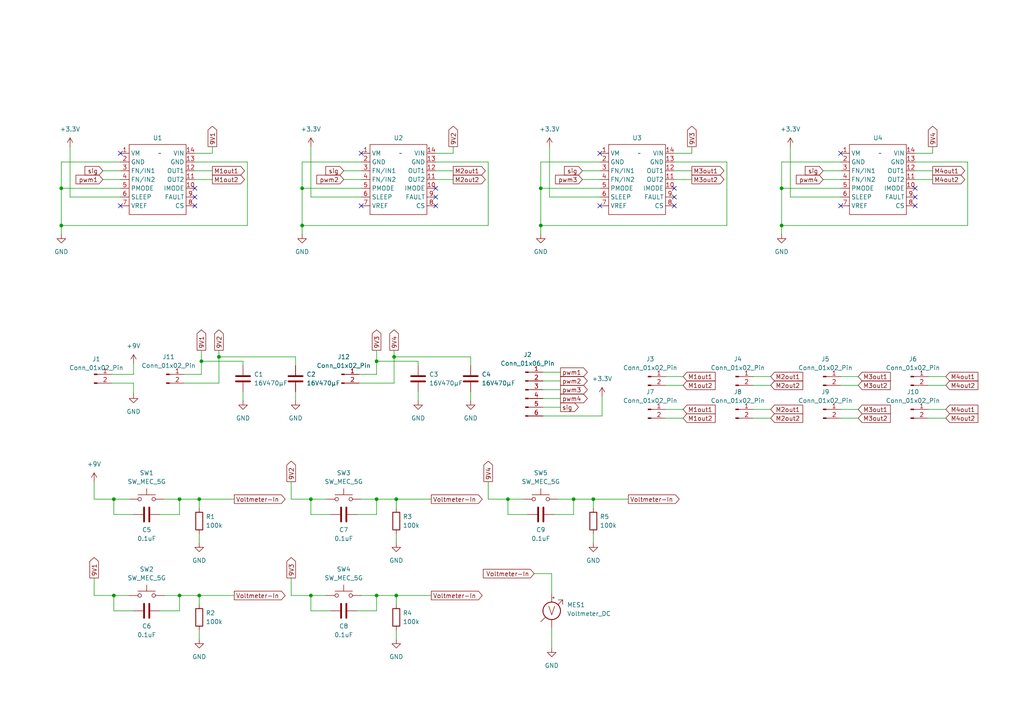
<source format=kicad_sch>
(kicad_sch (version 20230121) (generator eeschema)

  (uuid 25e0534d-ba76-43e4-bb11-7f403105c2c2)

  (paper "A4")

  (lib_symbols
    (symbol "Connector:Conn_01x02_Pin" (pin_names (offset 1.016) hide) (in_bom yes) (on_board yes)
      (property "Reference" "J" (at 0 2.54 0)
        (effects (font (size 1.27 1.27)))
      )
      (property "Value" "Conn_01x02_Pin" (at 0 -5.08 0)
        (effects (font (size 1.27 1.27)))
      )
      (property "Footprint" "" (at 0 0 0)
        (effects (font (size 1.27 1.27)) hide)
      )
      (property "Datasheet" "~" (at 0 0 0)
        (effects (font (size 1.27 1.27)) hide)
      )
      (property "ki_locked" "" (at 0 0 0)
        (effects (font (size 1.27 1.27)))
      )
      (property "ki_keywords" "connector" (at 0 0 0)
        (effects (font (size 1.27 1.27)) hide)
      )
      (property "ki_description" "Generic connector, single row, 01x02, script generated" (at 0 0 0)
        (effects (font (size 1.27 1.27)) hide)
      )
      (property "ki_fp_filters" "Connector*:*_1x??_*" (at 0 0 0)
        (effects (font (size 1.27 1.27)) hide)
      )
      (symbol "Conn_01x02_Pin_1_1"
        (polyline
          (pts
            (xy 1.27 -2.54)
            (xy 0.8636 -2.54)
          )
          (stroke (width 0.1524) (type default))
          (fill (type none))
        )
        (polyline
          (pts
            (xy 1.27 0)
            (xy 0.8636 0)
          )
          (stroke (width 0.1524) (type default))
          (fill (type none))
        )
        (rectangle (start 0.8636 -2.413) (end 0 -2.667)
          (stroke (width 0.1524) (type default))
          (fill (type outline))
        )
        (rectangle (start 0.8636 0.127) (end 0 -0.127)
          (stroke (width 0.1524) (type default))
          (fill (type outline))
        )
        (pin passive line (at 5.08 0 180) (length 3.81)
          (name "Pin_1" (effects (font (size 1.27 1.27))))
          (number "1" (effects (font (size 1.27 1.27))))
        )
        (pin passive line (at 5.08 -2.54 180) (length 3.81)
          (name "Pin_2" (effects (font (size 1.27 1.27))))
          (number "2" (effects (font (size 1.27 1.27))))
        )
      )
    )
    (symbol "Connector:Conn_01x06_Pin" (pin_names (offset 1.016) hide) (in_bom yes) (on_board yes)
      (property "Reference" "J" (at 0 7.62 0)
        (effects (font (size 1.27 1.27)))
      )
      (property "Value" "Conn_01x06_Pin" (at 0 -10.16 0)
        (effects (font (size 1.27 1.27)))
      )
      (property "Footprint" "" (at 0 0 0)
        (effects (font (size 1.27 1.27)) hide)
      )
      (property "Datasheet" "~" (at 0 0 0)
        (effects (font (size 1.27 1.27)) hide)
      )
      (property "ki_locked" "" (at 0 0 0)
        (effects (font (size 1.27 1.27)))
      )
      (property "ki_keywords" "connector" (at 0 0 0)
        (effects (font (size 1.27 1.27)) hide)
      )
      (property "ki_description" "Generic connector, single row, 01x06, script generated" (at 0 0 0)
        (effects (font (size 1.27 1.27)) hide)
      )
      (property "ki_fp_filters" "Connector*:*_1x??_*" (at 0 0 0)
        (effects (font (size 1.27 1.27)) hide)
      )
      (symbol "Conn_01x06_Pin_1_1"
        (polyline
          (pts
            (xy 1.27 -7.62)
            (xy 0.8636 -7.62)
          )
          (stroke (width 0.1524) (type default))
          (fill (type none))
        )
        (polyline
          (pts
            (xy 1.27 -5.08)
            (xy 0.8636 -5.08)
          )
          (stroke (width 0.1524) (type default))
          (fill (type none))
        )
        (polyline
          (pts
            (xy 1.27 -2.54)
            (xy 0.8636 -2.54)
          )
          (stroke (width 0.1524) (type default))
          (fill (type none))
        )
        (polyline
          (pts
            (xy 1.27 0)
            (xy 0.8636 0)
          )
          (stroke (width 0.1524) (type default))
          (fill (type none))
        )
        (polyline
          (pts
            (xy 1.27 2.54)
            (xy 0.8636 2.54)
          )
          (stroke (width 0.1524) (type default))
          (fill (type none))
        )
        (polyline
          (pts
            (xy 1.27 5.08)
            (xy 0.8636 5.08)
          )
          (stroke (width 0.1524) (type default))
          (fill (type none))
        )
        (rectangle (start 0.8636 -7.493) (end 0 -7.747)
          (stroke (width 0.1524) (type default))
          (fill (type outline))
        )
        (rectangle (start 0.8636 -4.953) (end 0 -5.207)
          (stroke (width 0.1524) (type default))
          (fill (type outline))
        )
        (rectangle (start 0.8636 -2.413) (end 0 -2.667)
          (stroke (width 0.1524) (type default))
          (fill (type outline))
        )
        (rectangle (start 0.8636 0.127) (end 0 -0.127)
          (stroke (width 0.1524) (type default))
          (fill (type outline))
        )
        (rectangle (start 0.8636 2.667) (end 0 2.413)
          (stroke (width 0.1524) (type default))
          (fill (type outline))
        )
        (rectangle (start 0.8636 5.207) (end 0 4.953)
          (stroke (width 0.1524) (type default))
          (fill (type outline))
        )
        (pin passive line (at 5.08 5.08 180) (length 3.81)
          (name "Pin_1" (effects (font (size 1.27 1.27))))
          (number "1" (effects (font (size 1.27 1.27))))
        )
        (pin passive line (at 5.08 2.54 180) (length 3.81)
          (name "Pin_2" (effects (font (size 1.27 1.27))))
          (number "2" (effects (font (size 1.27 1.27))))
        )
        (pin passive line (at 5.08 0 180) (length 3.81)
          (name "Pin_3" (effects (font (size 1.27 1.27))))
          (number "3" (effects (font (size 1.27 1.27))))
        )
        (pin passive line (at 5.08 -2.54 180) (length 3.81)
          (name "Pin_4" (effects (font (size 1.27 1.27))))
          (number "4" (effects (font (size 1.27 1.27))))
        )
        (pin passive line (at 5.08 -5.08 180) (length 3.81)
          (name "Pin_5" (effects (font (size 1.27 1.27))))
          (number "5" (effects (font (size 1.27 1.27))))
        )
        (pin passive line (at 5.08 -7.62 180) (length 3.81)
          (name "Pin_6" (effects (font (size 1.27 1.27))))
          (number "6" (effects (font (size 1.27 1.27))))
        )
      )
    )
    (symbol "Device:C" (pin_numbers hide) (pin_names (offset 0.254)) (in_bom yes) (on_board yes)
      (property "Reference" "C" (at 0.635 2.54 0)
        (effects (font (size 1.27 1.27)) (justify left))
      )
      (property "Value" "C" (at 0.635 -2.54 0)
        (effects (font (size 1.27 1.27)) (justify left))
      )
      (property "Footprint" "" (at 0.9652 -3.81 0)
        (effects (font (size 1.27 1.27)) hide)
      )
      (property "Datasheet" "~" (at 0 0 0)
        (effects (font (size 1.27 1.27)) hide)
      )
      (property "ki_keywords" "cap capacitor" (at 0 0 0)
        (effects (font (size 1.27 1.27)) hide)
      )
      (property "ki_description" "Unpolarized capacitor" (at 0 0 0)
        (effects (font (size 1.27 1.27)) hide)
      )
      (property "ki_fp_filters" "C_*" (at 0 0 0)
        (effects (font (size 1.27 1.27)) hide)
      )
      (symbol "C_0_1"
        (polyline
          (pts
            (xy -2.032 -0.762)
            (xy 2.032 -0.762)
          )
          (stroke (width 0.508) (type default))
          (fill (type none))
        )
        (polyline
          (pts
            (xy -2.032 0.762)
            (xy 2.032 0.762)
          )
          (stroke (width 0.508) (type default))
          (fill (type none))
        )
      )
      (symbol "C_1_1"
        (pin passive line (at 0 3.81 270) (length 2.794)
          (name "~" (effects (font (size 1.27 1.27))))
          (number "1" (effects (font (size 1.27 1.27))))
        )
        (pin passive line (at 0 -3.81 90) (length 2.794)
          (name "~" (effects (font (size 1.27 1.27))))
          (number "2" (effects (font (size 1.27 1.27))))
        )
      )
    )
    (symbol "Device:R" (pin_numbers hide) (pin_names (offset 0)) (in_bom yes) (on_board yes)
      (property "Reference" "R" (at 2.032 0 90)
        (effects (font (size 1.27 1.27)))
      )
      (property "Value" "R" (at 0 0 90)
        (effects (font (size 1.27 1.27)))
      )
      (property "Footprint" "" (at -1.778 0 90)
        (effects (font (size 1.27 1.27)) hide)
      )
      (property "Datasheet" "~" (at 0 0 0)
        (effects (font (size 1.27 1.27)) hide)
      )
      (property "ki_keywords" "R res resistor" (at 0 0 0)
        (effects (font (size 1.27 1.27)) hide)
      )
      (property "ki_description" "Resistor" (at 0 0 0)
        (effects (font (size 1.27 1.27)) hide)
      )
      (property "ki_fp_filters" "R_*" (at 0 0 0)
        (effects (font (size 1.27 1.27)) hide)
      )
      (symbol "R_0_1"
        (rectangle (start -1.016 -2.54) (end 1.016 2.54)
          (stroke (width 0.254) (type default))
          (fill (type none))
        )
      )
      (symbol "R_1_1"
        (pin passive line (at 0 3.81 270) (length 1.27)
          (name "~" (effects (font (size 1.27 1.27))))
          (number "1" (effects (font (size 1.27 1.27))))
        )
        (pin passive line (at 0 -3.81 90) (length 1.27)
          (name "~" (effects (font (size 1.27 1.27))))
          (number "2" (effects (font (size 1.27 1.27))))
        )
      )
    )
    (symbol "Device:Voltmeter_DC" (pin_numbers hide) (pin_names (offset 0.0254) hide) (in_bom yes) (on_board yes)
      (property "Reference" "MES" (at -3.302 1.016 0)
        (effects (font (size 1.27 1.27)) (justify right))
      )
      (property "Value" "Voltmeter_DC" (at -3.302 -0.762 0)
        (effects (font (size 1.27 1.27)) (justify right))
      )
      (property "Footprint" "" (at 0 2.54 90)
        (effects (font (size 1.27 1.27)) hide)
      )
      (property "Datasheet" "~" (at 0 2.54 90)
        (effects (font (size 1.27 1.27)) hide)
      )
      (property "ki_keywords" "voltmeter DC" (at 0 0 0)
        (effects (font (size 1.27 1.27)) hide)
      )
      (property "ki_description" "DC voltmeter" (at 0 0 0)
        (effects (font (size 1.27 1.27)) hide)
      )
      (symbol "Voltmeter_DC_0_0"
        (polyline
          (pts
            (xy -3.175 -3.175)
            (xy -1.905 -1.905)
          )
          (stroke (width 0) (type default))
          (fill (type none))
        )
        (polyline
          (pts
            (xy 1.905 1.905)
            (xy 3.175 3.175)
          )
          (stroke (width 0) (type default))
          (fill (type none))
        )
        (polyline
          (pts
            (xy 1.905 3.175)
            (xy 3.175 3.175)
            (xy 3.175 1.905)
          )
          (stroke (width 0) (type default))
          (fill (type none))
        )
        (text "V" (at 0 0 0)
          (effects (font (size 2.54 2.54)))
        )
      )
      (symbol "Voltmeter_DC_0_1"
        (polyline
          (pts
            (xy 0.254 3.81)
            (xy 0.762 3.81)
          )
          (stroke (width 0) (type default))
          (fill (type none))
        )
        (polyline
          (pts
            (xy 0.508 4.064)
            (xy 0.508 3.556)
          )
          (stroke (width 0) (type default))
          (fill (type none))
        )
        (circle (center 0 0) (radius 2.54)
          (stroke (width 0.254) (type default))
          (fill (type none))
        )
      )
      (symbol "Voltmeter_DC_1_1"
        (pin passive line (at 0 -5.08 90) (length 2.54)
          (name "-" (effects (font (size 1.27 1.27))))
          (number "1" (effects (font (size 1.27 1.27))))
        )
        (pin passive line (at 0 5.08 270) (length 2.54)
          (name "+" (effects (font (size 1.27 1.27))))
          (number "2" (effects (font (size 1.27 1.27))))
        )
      )
    )
    (symbol "Switch:SW_MEC_5G" (pin_numbers hide) (pin_names (offset 1.016) hide) (in_bom yes) (on_board yes)
      (property "Reference" "SW" (at 1.27 2.54 0)
        (effects (font (size 1.27 1.27)) (justify left))
      )
      (property "Value" "SW_MEC_5G" (at 0 -1.524 0)
        (effects (font (size 1.27 1.27)))
      )
      (property "Footprint" "" (at 0 5.08 0)
        (effects (font (size 1.27 1.27)) hide)
      )
      (property "Datasheet" "http://www.apem.com/int/index.php?controller=attachment&id_attachment=488" (at 0 5.08 0)
        (effects (font (size 1.27 1.27)) hide)
      )
      (property "ki_keywords" "switch normally-open pushbutton push-button" (at 0 0 0)
        (effects (font (size 1.27 1.27)) hide)
      )
      (property "ki_description" "MEC 5G single pole normally-open tactile switch" (at 0 0 0)
        (effects (font (size 1.27 1.27)) hide)
      )
      (property "ki_fp_filters" "SW*MEC*5G*" (at 0 0 0)
        (effects (font (size 1.27 1.27)) hide)
      )
      (symbol "SW_MEC_5G_0_1"
        (circle (center -2.032 0) (radius 0.508)
          (stroke (width 0) (type default))
          (fill (type none))
        )
        (polyline
          (pts
            (xy 0 1.27)
            (xy 0 3.048)
          )
          (stroke (width 0) (type default))
          (fill (type none))
        )
        (polyline
          (pts
            (xy 2.54 1.27)
            (xy -2.54 1.27)
          )
          (stroke (width 0) (type default))
          (fill (type none))
        )
        (circle (center 2.032 0) (radius 0.508)
          (stroke (width 0) (type default))
          (fill (type none))
        )
        (pin passive line (at -5.08 0 0) (length 2.54)
          (name "A" (effects (font (size 1.27 1.27))))
          (number "1" (effects (font (size 1.27 1.27))))
        )
        (pin passive line (at 5.08 0 180) (length 2.54)
          (name "B" (effects (font (size 1.27 1.27))))
          (number "3" (effects (font (size 1.27 1.27))))
        )
      )
      (symbol "SW_MEC_5G_1_1"
        (pin passive line (at -5.08 0 0) (length 2.54) hide
          (name "A" (effects (font (size 1.27 1.27))))
          (number "2" (effects (font (size 1.27 1.27))))
        )
        (pin passive line (at 5.08 0 180) (length 2.54) hide
          (name "B" (effects (font (size 1.27 1.27))))
          (number "4" (effects (font (size 1.27 1.27))))
        )
      )
    )
    (symbol "power:+3.3V" (power) (pin_names (offset 0)) (in_bom yes) (on_board yes)
      (property "Reference" "#PWR" (at 0 -3.81 0)
        (effects (font (size 1.27 1.27)) hide)
      )
      (property "Value" "+3.3V" (at 0 3.556 0)
        (effects (font (size 1.27 1.27)))
      )
      (property "Footprint" "" (at 0 0 0)
        (effects (font (size 1.27 1.27)) hide)
      )
      (property "Datasheet" "" (at 0 0 0)
        (effects (font (size 1.27 1.27)) hide)
      )
      (property "ki_keywords" "global power" (at 0 0 0)
        (effects (font (size 1.27 1.27)) hide)
      )
      (property "ki_description" "Power symbol creates a global label with name \"+3.3V\"" (at 0 0 0)
        (effects (font (size 1.27 1.27)) hide)
      )
      (symbol "+3.3V_0_1"
        (polyline
          (pts
            (xy -0.762 1.27)
            (xy 0 2.54)
          )
          (stroke (width 0) (type default))
          (fill (type none))
        )
        (polyline
          (pts
            (xy 0 0)
            (xy 0 2.54)
          )
          (stroke (width 0) (type default))
          (fill (type none))
        )
        (polyline
          (pts
            (xy 0 2.54)
            (xy 0.762 1.27)
          )
          (stroke (width 0) (type default))
          (fill (type none))
        )
      )
      (symbol "+3.3V_1_1"
        (pin power_in line (at 0 0 90) (length 0) hide
          (name "+3.3V" (effects (font (size 1.27 1.27))))
          (number "1" (effects (font (size 1.27 1.27))))
        )
      )
    )
    (symbol "power:+9V" (power) (pin_names (offset 0)) (in_bom yes) (on_board yes)
      (property "Reference" "#PWR" (at 0 -3.81 0)
        (effects (font (size 1.27 1.27)) hide)
      )
      (property "Value" "+9V" (at 0 3.556 0)
        (effects (font (size 1.27 1.27)))
      )
      (property "Footprint" "" (at 0 0 0)
        (effects (font (size 1.27 1.27)) hide)
      )
      (property "Datasheet" "" (at 0 0 0)
        (effects (font (size 1.27 1.27)) hide)
      )
      (property "ki_keywords" "global power" (at 0 0 0)
        (effects (font (size 1.27 1.27)) hide)
      )
      (property "ki_description" "Power symbol creates a global label with name \"+9V\"" (at 0 0 0)
        (effects (font (size 1.27 1.27)) hide)
      )
      (symbol "+9V_0_1"
        (polyline
          (pts
            (xy -0.762 1.27)
            (xy 0 2.54)
          )
          (stroke (width 0) (type default))
          (fill (type none))
        )
        (polyline
          (pts
            (xy 0 0)
            (xy 0 2.54)
          )
          (stroke (width 0) (type default))
          (fill (type none))
        )
        (polyline
          (pts
            (xy 0 2.54)
            (xy 0.762 1.27)
          )
          (stroke (width 0) (type default))
          (fill (type none))
        )
      )
      (symbol "+9V_1_1"
        (pin power_in line (at 0 0 90) (length 0) hide
          (name "+9V" (effects (font (size 1.27 1.27))))
          (number "1" (effects (font (size 1.27 1.27))))
        )
      )
    )
    (symbol "power:GND" (power) (pin_names (offset 0)) (in_bom yes) (on_board yes)
      (property "Reference" "#PWR" (at 0 -6.35 0)
        (effects (font (size 1.27 1.27)) hide)
      )
      (property "Value" "GND" (at 0 -3.81 0)
        (effects (font (size 1.27 1.27)))
      )
      (property "Footprint" "" (at 0 0 0)
        (effects (font (size 1.27 1.27)) hide)
      )
      (property "Datasheet" "" (at 0 0 0)
        (effects (font (size 1.27 1.27)) hide)
      )
      (property "ki_keywords" "global power" (at 0 0 0)
        (effects (font (size 1.27 1.27)) hide)
      )
      (property "ki_description" "Power symbol creates a global label with name \"GND\" , ground" (at 0 0 0)
        (effects (font (size 1.27 1.27)) hide)
      )
      (symbol "GND_0_1"
        (polyline
          (pts
            (xy 0 0)
            (xy 0 -1.27)
            (xy 1.27 -1.27)
            (xy 0 -2.54)
            (xy -1.27 -1.27)
            (xy 0 -1.27)
          )
          (stroke (width 0) (type default))
          (fill (type none))
        )
      )
      (symbol "GND_1_1"
        (pin power_in line (at 0 0 270) (length 0) hide
          (name "GND" (effects (font (size 1.27 1.27))))
          (number "1" (effects (font (size 1.27 1.27))))
        )
      )
    )
    (symbol "sunpare2023:drv8874" (in_bom yes) (on_board yes)
      (property "Reference" "U" (at 0 12.7 0)
        (effects (font (size 1.27 1.27)))
      )
      (property "Value" "" (at 0 7.62 0)
        (effects (font (size 1.27 1.27)))
      )
      (property "Footprint" "" (at 0 7.62 0)
        (effects (font (size 1.27 1.27)) hide)
      )
      (property "Datasheet" "" (at 0 7.62 0)
        (effects (font (size 1.27 1.27)) hide)
      )
      (symbol "drv8874_0_1"
        (rectangle (start -8.89 10.16) (end 7.62 -10.16)
          (stroke (width 0) (type default))
          (fill (type none))
        )
      )
      (symbol "drv8874_1_1"
        (pin passive line (at -11.43 7.62 0) (length 2.54)
          (name "VM" (effects (font (size 1.27 1.27))))
          (number "1" (effects (font (size 1.27 1.27))))
        )
        (pin passive line (at 10.16 -2.54 180) (length 2.54)
          (name "IMODE" (effects (font (size 1.27 1.27))))
          (number "10" (effects (font (size 1.27 1.27))))
        )
        (pin passive line (at 10.16 0 180) (length 2.54)
          (name "OUT2" (effects (font (size 1.27 1.27))))
          (number "11" (effects (font (size 1.27 1.27))))
        )
        (pin passive line (at 10.16 2.54 180) (length 2.54)
          (name "OUT1" (effects (font (size 1.27 1.27))))
          (number "12" (effects (font (size 1.27 1.27))))
        )
        (pin passive line (at 10.16 5.08 180) (length 2.54)
          (name "GND" (effects (font (size 1.27 1.27))))
          (number "13" (effects (font (size 1.27 1.27))))
        )
        (pin passive line (at 10.16 7.62 180) (length 2.54)
          (name "VIN" (effects (font (size 1.27 1.27))))
          (number "14" (effects (font (size 1.27 1.27))))
        )
        (pin passive line (at -11.43 5.08 0) (length 2.54)
          (name "GND" (effects (font (size 1.27 1.27))))
          (number "2" (effects (font (size 1.27 1.27))))
        )
        (pin passive line (at -11.43 2.54 0) (length 2.54)
          (name "FN/IN1" (effects (font (size 1.27 1.27))))
          (number "3" (effects (font (size 1.27 1.27))))
        )
        (pin passive line (at -11.43 0 0) (length 2.54)
          (name "FN/IN2" (effects (font (size 1.27 1.27))))
          (number "4" (effects (font (size 1.27 1.27))))
        )
        (pin passive line (at -11.43 -2.54 0) (length 2.54)
          (name "PMODE" (effects (font (size 1.27 1.27))))
          (number "5" (effects (font (size 1.27 1.27))))
        )
        (pin passive line (at -11.43 -5.08 0) (length 2.54)
          (name "SLEEP" (effects (font (size 1.27 1.27))))
          (number "6" (effects (font (size 1.27 1.27))))
        )
        (pin passive line (at -11.43 -7.62 0) (length 2.54)
          (name "VREF" (effects (font (size 1.27 1.27))))
          (number "7" (effects (font (size 1.27 1.27))))
        )
        (pin passive line (at 10.16 -7.62 180) (length 2.54)
          (name "CS" (effects (font (size 1.27 1.27))))
          (number "8" (effects (font (size 1.27 1.27))))
        )
        (pin passive line (at 10.16 -5.08 180) (length 2.54)
          (name "FAULT" (effects (font (size 1.27 1.27))))
          (number "9" (effects (font (size 1.27 1.27))))
        )
      )
    )
  )

  (junction (at 57.785 172.72) (diameter 0) (color 0 0 0 0)
    (uuid 0296a628-f6b6-42b3-9b8c-86d674c892fa)
  )
  (junction (at 147.32 144.78) (diameter 0) (color 0 0 0 0)
    (uuid 086e3b4e-fab8-4ab7-9060-045f60390f1d)
  )
  (junction (at 52.07 172.72) (diameter 0) (color 0 0 0 0)
    (uuid 0c232a56-8b25-4acd-ad6d-c16fde044a2d)
  )
  (junction (at 17.78 54.61) (diameter 0) (color 0 0 0 0)
    (uuid 1bf1f4de-8b9c-440f-90a2-2403b6f288b7)
  )
  (junction (at 90.17 144.78) (diameter 0) (color 0 0 0 0)
    (uuid 1e7b767c-d9ac-434c-9277-83405ee89134)
  )
  (junction (at 58.42 104.775) (diameter 0) (color 0 0 0 0)
    (uuid 216e063b-546c-415b-9e38-3fa2bcb86f24)
  )
  (junction (at 87.63 65.405) (diameter 0) (color 0 0 0 0)
    (uuid 2ee8f792-bea8-44c2-8cfe-da1a12da8dd8)
  )
  (junction (at 17.78 65.405) (diameter 0) (color 0 0 0 0)
    (uuid 4b64414c-0ff0-4cec-b830-3cddd01061a4)
  )
  (junction (at 109.22 104.775) (diameter 0) (color 0 0 0 0)
    (uuid 5183b66f-1ac4-498b-86f5-185c59d338a1)
  )
  (junction (at 109.22 172.72) (diameter 0) (color 0 0 0 0)
    (uuid 570d3c9a-2b11-4812-bd42-9a93e92d0f60)
  )
  (junction (at 226.695 54.61) (diameter 0) (color 0 0 0 0)
    (uuid 5c370377-de28-4f70-9532-77534e0edb59)
  )
  (junction (at 172.085 144.78) (diameter 0) (color 0 0 0 0)
    (uuid 74e8d965-398b-48c1-8d52-b34f94be494d)
  )
  (junction (at 87.63 54.61) (diameter 0) (color 0 0 0 0)
    (uuid 77a720f9-bd99-470a-b382-3fc4193a028d)
  )
  (junction (at 109.22 144.78) (diameter 0) (color 0 0 0 0)
    (uuid 7c7759fe-1a1c-4e28-8000-7052a58adabc)
  )
  (junction (at 33.02 172.72) (diameter 0) (color 0 0 0 0)
    (uuid 7efbdbde-d398-45de-aa22-d3f6011ff298)
  )
  (junction (at 90.17 172.72) (diameter 0) (color 0 0 0 0)
    (uuid 7ff96662-5f04-4062-bd05-9d92467d5a74)
  )
  (junction (at 114.935 144.78) (diameter 0) (color 0 0 0 0)
    (uuid a0bf92f8-0406-4cf3-9a7d-ddc0b2196c36)
  )
  (junction (at 57.785 144.78) (diameter 0) (color 0 0 0 0)
    (uuid a66dce6c-6ed3-4ea3-a554-f8ad6d842f12)
  )
  (junction (at 114.3 103.505) (diameter 0) (color 0 0 0 0)
    (uuid a7b160e4-3964-4b63-b8b3-47248dead3ff)
  )
  (junction (at 52.07 144.78) (diameter 0) (color 0 0 0 0)
    (uuid c2f7216f-7edd-41be-9c06-d5a79c30e144)
  )
  (junction (at 114.935 172.72) (diameter 0) (color 0 0 0 0)
    (uuid d7abb7aa-e457-425d-ae0a-3434f7f038a1)
  )
  (junction (at 166.37 144.78) (diameter 0) (color 0 0 0 0)
    (uuid d932c97b-b02f-42a3-af52-3ccb10620bc0)
  )
  (junction (at 156.845 65.405) (diameter 0) (color 0 0 0 0)
    (uuid e53ad14a-3e29-4312-be2c-df4bf0df322f)
  )
  (junction (at 226.695 65.405) (diameter 0) (color 0 0 0 0)
    (uuid e800172c-5254-4b26-8e98-9704ec209bf2)
  )
  (junction (at 63.5 103.505) (diameter 0) (color 0 0 0 0)
    (uuid e9903293-5f5f-45ee-b1b3-9a31f35f69d8)
  )
  (junction (at 156.845 54.61) (diameter 0) (color 0 0 0 0)
    (uuid f4cb2bf9-07f1-4ac7-98c8-9d84ff3bc767)
  )
  (junction (at 33.02 144.78) (diameter 0) (color 0 0 0 0)
    (uuid f797ea3f-32d8-453d-80f5-32365c4b95c4)
  )

  (no_connect (at 126.365 54.61) (uuid 0a1f7684-6653-4f6d-b023-cbbd5fa87b51))
  (no_connect (at 56.515 54.61) (uuid 0cb00465-e35a-4335-9c6c-7b3f9015428d))
  (no_connect (at 56.515 59.69) (uuid 22d76f47-17bb-45a4-a495-183c63a37e75))
  (no_connect (at 265.43 57.15) (uuid 2422c86c-2e01-4fdb-aabf-0ba3f7bcc944))
  (no_connect (at 243.84 44.45) (uuid 2de129c6-4f8e-4675-9e7f-c59bf5b7680f))
  (no_connect (at 195.58 57.15) (uuid 48275501-68c0-4da6-ae7a-6784f560bd2d))
  (no_connect (at 265.43 59.69) (uuid 5374c42f-a5d9-4599-a660-72b52f2a8a28))
  (no_connect (at 56.515 57.15) (uuid 7445afe0-82c6-42fa-9568-7885ff539853))
  (no_connect (at 34.925 44.45) (uuid 8206ad30-c166-436b-b798-7a79f504a6db))
  (no_connect (at 173.99 59.69) (uuid 87712253-f3b2-42ba-9c18-5cbd2678c0c4))
  (no_connect (at 173.99 44.45) (uuid 8ad4233b-b455-447e-891d-b30375961abe))
  (no_connect (at 126.365 57.15) (uuid 922e7920-f2b8-4039-bcee-1e3f1f0824d6))
  (no_connect (at 243.84 59.69) (uuid 9b71e608-c388-49b3-a9f7-60f97f168ef1))
  (no_connect (at 104.775 59.69) (uuid a46f0549-77ae-4345-9427-e3f25dd13048))
  (no_connect (at 126.365 59.69) (uuid afc978ec-03e4-41a9-b731-daec036cbc16))
  (no_connect (at 34.925 59.69) (uuid bc8cdf0a-fc6a-42e1-bf4e-5a788ea8cdf4))
  (no_connect (at 195.58 54.61) (uuid c10eaaaf-95ac-480a-99a7-c0da7050b1a6))
  (no_connect (at 265.43 54.61) (uuid c939b308-c204-4daa-9d2b-4da9612c8ff5))
  (no_connect (at 104.775 44.45) (uuid d9f1f85a-9c26-461d-9b60-669b4b739465))
  (no_connect (at 195.58 59.69) (uuid e9c7ada0-1605-4ff2-b0ac-4a2c30d02a14))

  (wire (pts (xy 109.22 149.225) (xy 109.22 144.78))
    (stroke (width 0) (type default))
    (uuid 000a320a-0f34-4375-ad7b-2c9552fe7a54)
  )
  (wire (pts (xy 157.48 120.65) (xy 174.625 120.65))
    (stroke (width 0) (type default))
    (uuid 03b1ba38-3f38-4df3-82b6-0e31b0c64335)
  )
  (wire (pts (xy 27.305 172.72) (xy 33.02 172.72))
    (stroke (width 0) (type default))
    (uuid 03f6c7a9-19b8-4fb2-a4e7-5606e1ecaced)
  )
  (wire (pts (xy 70.485 104.775) (xy 58.42 104.775))
    (stroke (width 0) (type default))
    (uuid 051995bf-9764-4a5f-89ca-13bd94d8eac0)
  )
  (wire (pts (xy 121.285 104.775) (xy 109.22 104.775))
    (stroke (width 0) (type default))
    (uuid 053e6f00-069b-4c07-a322-a366c045a561)
  )
  (wire (pts (xy 87.63 65.405) (xy 87.63 67.945))
    (stroke (width 0) (type default))
    (uuid 05501d30-d5f1-43db-b7f8-a704ce3f1ef4)
  )
  (wire (pts (xy 141.605 139.7) (xy 141.605 144.78))
    (stroke (width 0) (type default))
    (uuid 07cc969d-2b5c-4b69-9956-28797c59c89e)
  )
  (wire (pts (xy 85.725 116.205) (xy 85.725 113.665))
    (stroke (width 0) (type default))
    (uuid 09476725-c233-444a-a17f-c04169e19d82)
  )
  (wire (pts (xy 270.51 49.53) (xy 265.43 49.53))
    (stroke (width 0) (type default))
    (uuid 09842c61-3f28-4b15-b3dc-f3f8c3c935ab)
  )
  (wire (pts (xy 38.735 111.125) (xy 38.735 114.3))
    (stroke (width 0) (type default))
    (uuid 0b2a48a2-ebbb-458e-91a6-d5baf6986818)
  )
  (wire (pts (xy 33.02 149.225) (xy 38.735 149.225))
    (stroke (width 0) (type default))
    (uuid 0b60c3aa-8945-4440-b309-d6d2f5682b61)
  )
  (wire (pts (xy 198.12 121.285) (xy 193.04 121.285))
    (stroke (width 0) (type default))
    (uuid 0d44a0ee-27ff-4e23-bc10-721d9449e128)
  )
  (wire (pts (xy 114.935 172.72) (xy 125.095 172.72))
    (stroke (width 0) (type default))
    (uuid 0d6bf7d2-3ceb-4d05-8016-e05459d69c2b)
  )
  (wire (pts (xy 248.92 109.22) (xy 243.84 109.22))
    (stroke (width 0) (type default))
    (uuid 0d85d776-5dcf-4ffc-8a39-4a56ff2f67f3)
  )
  (wire (pts (xy 20.32 42.545) (xy 20.32 57.15))
    (stroke (width 0) (type default))
    (uuid 0e216629-2a70-4701-b22e-b8a702386cf0)
  )
  (wire (pts (xy 33.02 144.78) (xy 37.465 144.78))
    (stroke (width 0) (type default))
    (uuid 0e7adda0-032a-4183-89f8-51698784f14d)
  )
  (wire (pts (xy 147.32 144.78) (xy 151.765 144.78))
    (stroke (width 0) (type default))
    (uuid 0ff2581c-3c62-4d4c-a7a8-2b40be6efd2b)
  )
  (wire (pts (xy 85.725 103.505) (xy 63.5 103.505))
    (stroke (width 0) (type default))
    (uuid 114ff0ad-6085-421a-9e1c-3aa10ec2fe44)
  )
  (wire (pts (xy 104.14 108.585) (xy 109.22 108.585))
    (stroke (width 0) (type default))
    (uuid 1414df9f-34f5-485d-9348-34e184be1647)
  )
  (wire (pts (xy 53.34 108.585) (xy 58.42 108.585))
    (stroke (width 0) (type default))
    (uuid 14fdc2f8-c102-470e-b00d-e10a4150c0b6)
  )
  (wire (pts (xy 58.42 104.775) (xy 58.42 101.6))
    (stroke (width 0) (type default))
    (uuid 16adf200-2717-4aa0-b078-f91b89b1d9c3)
  )
  (wire (pts (xy 226.695 65.405) (xy 280.67 65.405))
    (stroke (width 0) (type default))
    (uuid 17b23324-4883-4205-acf3-5060006e4527)
  )
  (wire (pts (xy 223.52 111.76) (xy 218.44 111.76))
    (stroke (width 0) (type default))
    (uuid 1862c4e1-ecfc-41c9-ac09-e4f73d2dfe8a)
  )
  (wire (pts (xy 90.17 149.225) (xy 95.885 149.225))
    (stroke (width 0) (type default))
    (uuid 1a6e8451-0ab8-4a2a-af2e-dfcb3605983f)
  )
  (wire (pts (xy 114.935 144.78) (xy 125.095 144.78))
    (stroke (width 0) (type default))
    (uuid 1a8dd65a-f2cd-4796-840d-e036801bd732)
  )
  (wire (pts (xy 114.3 103.505) (xy 114.3 101.6))
    (stroke (width 0) (type default))
    (uuid 1c5474ac-2c5a-4350-a72f-b14a3633ddc5)
  )
  (wire (pts (xy 131.445 49.53) (xy 126.365 49.53))
    (stroke (width 0) (type default))
    (uuid 1d3c0ca3-00e0-46ee-8e9d-431930cbef2f)
  )
  (wire (pts (xy 57.785 144.78) (xy 57.785 147.32))
    (stroke (width 0) (type default))
    (uuid 1e80ef5e-54d1-4ee2-84db-f921eb07d1aa)
  )
  (wire (pts (xy 61.595 42.545) (xy 61.595 44.45))
    (stroke (width 0) (type default))
    (uuid 1f1c209b-eb45-4616-9452-2666ee24fe36)
  )
  (wire (pts (xy 223.52 121.285) (xy 218.44 121.285))
    (stroke (width 0) (type default))
    (uuid 24ed9fc4-5342-41dd-a067-051b969209f9)
  )
  (wire (pts (xy 109.22 172.72) (xy 114.935 172.72))
    (stroke (width 0) (type default))
    (uuid 2876cdd3-13ab-460e-ba8e-5bda160314f6)
  )
  (wire (pts (xy 126.365 46.99) (xy 141.605 46.99))
    (stroke (width 0) (type default))
    (uuid 29c38fc4-4162-451f-9e6b-abba6311e93e)
  )
  (wire (pts (xy 243.84 52.07) (xy 238.76 52.07))
    (stroke (width 0) (type default))
    (uuid 2c6c9637-df65-43f5-aa08-90d94b688b2a)
  )
  (wire (pts (xy 32.385 111.125) (xy 38.735 111.125))
    (stroke (width 0) (type default))
    (uuid 304ce09f-5b63-497e-8047-9e6c77ffc64b)
  )
  (wire (pts (xy 114.935 154.94) (xy 114.935 157.48))
    (stroke (width 0) (type default))
    (uuid 326e897c-edad-4bfb-b738-fb4e40936207)
  )
  (wire (pts (xy 87.63 46.99) (xy 87.63 54.61))
    (stroke (width 0) (type default))
    (uuid 336842b9-1863-49ab-b2ae-59b298431907)
  )
  (wire (pts (xy 200.66 44.45) (xy 195.58 44.45))
    (stroke (width 0) (type default))
    (uuid 33d9c2e4-8329-4ff5-8ca6-dc6111ba1bc0)
  )
  (wire (pts (xy 84.455 167.64) (xy 84.455 172.72))
    (stroke (width 0) (type default))
    (uuid 35127e8e-5187-4588-93ae-24c96e09eaa1)
  )
  (wire (pts (xy 200.66 42.545) (xy 200.66 44.45))
    (stroke (width 0) (type default))
    (uuid 3908b4d7-19e4-4ae2-83fe-d18b05347323)
  )
  (wire (pts (xy 114.3 111.125) (xy 114.3 103.505))
    (stroke (width 0) (type default))
    (uuid 3d16c205-e4ca-40d7-8548-90b7988cfdf1)
  )
  (wire (pts (xy 33.02 177.165) (xy 38.735 177.165))
    (stroke (width 0) (type default))
    (uuid 3e29300c-b76f-4bcd-ba30-c2fb0da07992)
  )
  (wire (pts (xy 109.22 104.775) (xy 109.22 101.6))
    (stroke (width 0) (type default))
    (uuid 3f2a2a2a-022d-4dd7-baeb-a69e393c1d54)
  )
  (wire (pts (xy 161.925 144.78) (xy 166.37 144.78))
    (stroke (width 0) (type default))
    (uuid 407b13ae-a6e8-4bbe-a672-13e807ce4d85)
  )
  (wire (pts (xy 226.695 46.99) (xy 243.84 46.99))
    (stroke (width 0) (type default))
    (uuid 40ab3f84-55ce-45b3-8271-d31948b55b16)
  )
  (wire (pts (xy 147.32 149.225) (xy 153.035 149.225))
    (stroke (width 0) (type default))
    (uuid 40afa467-3fac-4970-b120-1b3a5dafbe67)
  )
  (wire (pts (xy 160.02 172.085) (xy 160.02 166.37))
    (stroke (width 0) (type default))
    (uuid 41d7f442-41fa-4ff8-a072-49a89a0db0ba)
  )
  (wire (pts (xy 172.085 144.78) (xy 172.085 147.32))
    (stroke (width 0) (type default))
    (uuid 458b47a8-077f-4185-83c3-3c0ec06700c9)
  )
  (wire (pts (xy 33.02 149.225) (xy 33.02 144.78))
    (stroke (width 0) (type default))
    (uuid 4695d64d-3a57-46d5-a2af-4fec8fc8a878)
  )
  (wire (pts (xy 280.67 46.99) (xy 280.67 65.405))
    (stroke (width 0) (type default))
    (uuid 4704d9d5-1421-4310-bca0-94b292ad0ac4)
  )
  (wire (pts (xy 109.22 108.585) (xy 109.22 104.775))
    (stroke (width 0) (type default))
    (uuid 48448429-6b0e-48cf-886a-fb965570ca7b)
  )
  (wire (pts (xy 274.32 118.745) (xy 269.24 118.745))
    (stroke (width 0) (type default))
    (uuid 4b946ca3-735d-4a00-b1ac-eb5008f3313e)
  )
  (wire (pts (xy 226.695 46.99) (xy 226.695 54.61))
    (stroke (width 0) (type default))
    (uuid 4ef5fbd2-e697-4af9-9f8c-3e2773cd8184)
  )
  (wire (pts (xy 121.285 116.205) (xy 121.285 113.665))
    (stroke (width 0) (type default))
    (uuid 5057fa0d-47f5-45dc-b46f-8a6e027f8c4d)
  )
  (wire (pts (xy 61.595 52.07) (xy 56.515 52.07))
    (stroke (width 0) (type default))
    (uuid 505b9c71-4461-4a96-ae95-005c06e629df)
  )
  (wire (pts (xy 90.17 172.72) (xy 94.615 172.72))
    (stroke (width 0) (type default))
    (uuid 5223b337-e1a8-4729-94e8-7b76362a6c37)
  )
  (wire (pts (xy 57.785 172.72) (xy 67.945 172.72))
    (stroke (width 0) (type default))
    (uuid 53039393-8271-4b0a-84fa-8a478f03d500)
  )
  (wire (pts (xy 17.78 54.61) (xy 17.78 65.405))
    (stroke (width 0) (type default))
    (uuid 59434dcf-d643-4a7f-b46a-1b0835f9be91)
  )
  (wire (pts (xy 198.12 111.76) (xy 193.04 111.76))
    (stroke (width 0) (type default))
    (uuid 5dcf0546-19fb-45f1-8c1b-a95bfde0490e)
  )
  (wire (pts (xy 166.37 144.78) (xy 172.085 144.78))
    (stroke (width 0) (type default))
    (uuid 5fea94e9-27d1-4330-a1c1-9dd4810f7bb6)
  )
  (wire (pts (xy 243.84 49.53) (xy 238.76 49.53))
    (stroke (width 0) (type default))
    (uuid 6315bdd9-2c16-4ec7-8214-8ece3f723684)
  )
  (wire (pts (xy 90.17 57.15) (xy 104.775 57.15))
    (stroke (width 0) (type default))
    (uuid 63ecf220-b14d-4921-b2d2-b24f01d0bcb8)
  )
  (wire (pts (xy 200.66 52.07) (xy 195.58 52.07))
    (stroke (width 0) (type default))
    (uuid 65f3f436-f52a-4d4e-a73b-67700446da15)
  )
  (wire (pts (xy 109.22 144.78) (xy 114.935 144.78))
    (stroke (width 0) (type default))
    (uuid 67339a5a-8ca5-4770-8ec2-d7b164fb81da)
  )
  (wire (pts (xy 17.78 54.61) (xy 34.925 54.61))
    (stroke (width 0) (type default))
    (uuid 6a73974c-0158-462b-9c9b-2d930a303e3b)
  )
  (wire (pts (xy 63.5 103.505) (xy 63.5 101.6))
    (stroke (width 0) (type default))
    (uuid 6bbbce57-fb67-47fa-a5e7-cf1055e27473)
  )
  (wire (pts (xy 121.285 106.045) (xy 121.285 104.775))
    (stroke (width 0) (type default))
    (uuid 6dddcc91-2243-4cdb-b540-5992093fdced)
  )
  (wire (pts (xy 136.525 103.505) (xy 114.3 103.505))
    (stroke (width 0) (type default))
    (uuid 70536497-36bd-4dd1-ba22-5aa549ed1350)
  )
  (wire (pts (xy 157.48 110.49) (xy 162.56 110.49))
    (stroke (width 0) (type default))
    (uuid 706b1909-ad30-4d6d-bf14-ebed309d0d6d)
  )
  (wire (pts (xy 46.355 177.165) (xy 52.07 177.165))
    (stroke (width 0) (type default))
    (uuid 70c092b6-ed85-47f3-990a-8e6fc36d91bd)
  )
  (wire (pts (xy 84.455 172.72) (xy 90.17 172.72))
    (stroke (width 0) (type default))
    (uuid 70f49d3c-307f-49c7-9835-9f905ddfc1bc)
  )
  (wire (pts (xy 223.52 118.745) (xy 218.44 118.745))
    (stroke (width 0) (type default))
    (uuid 70fe5d5e-5365-4a56-aae4-3215e7af2de5)
  )
  (wire (pts (xy 20.32 57.15) (xy 34.925 57.15))
    (stroke (width 0) (type default))
    (uuid 7115f17d-71a2-4a24-9f46-51ac425e74ec)
  )
  (wire (pts (xy 104.775 144.78) (xy 109.22 144.78))
    (stroke (width 0) (type default))
    (uuid 71b58c16-3cbf-43fb-ae7d-1ee73c9f11e0)
  )
  (wire (pts (xy 63.5 111.125) (xy 63.5 103.505))
    (stroke (width 0) (type default))
    (uuid 71f84921-8c1d-4fe0-ab6c-64b4783d261e)
  )
  (wire (pts (xy 27.305 167.64) (xy 27.305 172.72))
    (stroke (width 0) (type default))
    (uuid 7344c166-be3f-4369-9080-8fa92b4c89bc)
  )
  (wire (pts (xy 274.32 121.285) (xy 269.24 121.285))
    (stroke (width 0) (type default))
    (uuid 73a9e347-4592-49bc-a996-2fd9fd9e480b)
  )
  (wire (pts (xy 166.37 149.225) (xy 166.37 144.78))
    (stroke (width 0) (type default))
    (uuid 73c153de-9695-4b1c-9bc2-e7e1318c17e2)
  )
  (wire (pts (xy 173.99 52.07) (xy 168.91 52.07))
    (stroke (width 0) (type default))
    (uuid 7481936b-8000-42fd-a493-24019bc6fc19)
  )
  (wire (pts (xy 114.935 182.88) (xy 114.935 185.42))
    (stroke (width 0) (type default))
    (uuid 752a1b2b-8817-42b1-8413-9a8feef6bd01)
  )
  (wire (pts (xy 114.935 144.78) (xy 114.935 147.32))
    (stroke (width 0) (type default))
    (uuid 75ec7cec-35de-4d1c-afcd-ac2b86643035)
  )
  (wire (pts (xy 47.625 144.78) (xy 52.07 144.78))
    (stroke (width 0) (type default))
    (uuid 76d72222-8d79-4e19-8d5e-2645ce5f7a1d)
  )
  (wire (pts (xy 17.78 46.99) (xy 17.78 54.61))
    (stroke (width 0) (type default))
    (uuid 774d167d-852d-420a-90cf-3d3d987ab485)
  )
  (wire (pts (xy 270.51 42.545) (xy 270.51 44.45))
    (stroke (width 0) (type default))
    (uuid 77d4c3c9-bf29-412e-ad2b-2404a70238cc)
  )
  (wire (pts (xy 58.42 108.585) (xy 58.42 104.775))
    (stroke (width 0) (type default))
    (uuid 7813c04e-cad4-4829-884d-f3e509bb37ab)
  )
  (wire (pts (xy 27.305 144.78) (xy 33.02 144.78))
    (stroke (width 0) (type default))
    (uuid 78907291-bc63-4d9d-9ad8-ab89f1c3204e)
  )
  (wire (pts (xy 141.605 46.99) (xy 141.605 65.405))
    (stroke (width 0) (type default))
    (uuid 78fb4db9-e861-4d89-8fd8-829f51a466a1)
  )
  (wire (pts (xy 34.925 49.53) (xy 29.845 49.53))
    (stroke (width 0) (type default))
    (uuid 79c54105-2596-4b92-8afb-041e792e29c5)
  )
  (wire (pts (xy 157.48 118.11) (xy 162.56 118.11))
    (stroke (width 0) (type default))
    (uuid 7afe649d-a1ea-4b19-928e-a79d08cbf397)
  )
  (wire (pts (xy 131.445 42.545) (xy 131.445 44.45))
    (stroke (width 0) (type default))
    (uuid 7c55f67e-e28a-4f06-9461-ff4daadcc7ee)
  )
  (wire (pts (xy 141.605 144.78) (xy 147.32 144.78))
    (stroke (width 0) (type default))
    (uuid 7c9a3401-4465-4b1d-8770-948d4ab76541)
  )
  (wire (pts (xy 248.92 118.745) (xy 243.84 118.745))
    (stroke (width 0) (type default))
    (uuid 7cff524e-baf2-438e-bfbc-b3eca69cae28)
  )
  (wire (pts (xy 156.845 54.61) (xy 156.845 65.405))
    (stroke (width 0) (type default))
    (uuid 7fbb5067-93b3-49d4-974c-6df67ed2f6a8)
  )
  (wire (pts (xy 27.305 139.7) (xy 27.305 144.78))
    (stroke (width 0) (type default))
    (uuid 85aa78b5-1ba0-4e1c-934e-63b08c11acde)
  )
  (wire (pts (xy 34.925 52.07) (xy 29.845 52.07))
    (stroke (width 0) (type default))
    (uuid 85c7872e-0825-41b7-b6ee-ca898a44574e)
  )
  (wire (pts (xy 156.845 46.99) (xy 173.99 46.99))
    (stroke (width 0) (type default))
    (uuid 8756480c-facd-4922-8a3b-102e3adf9e1f)
  )
  (wire (pts (xy 210.82 46.99) (xy 210.82 65.405))
    (stroke (width 0) (type default))
    (uuid 88984cb7-a1d5-451c-a331-a11a91f7256c)
  )
  (wire (pts (xy 57.785 182.88) (xy 57.785 185.42))
    (stroke (width 0) (type default))
    (uuid 8ac51655-7be7-471e-9a09-b6b9571c9a33)
  )
  (wire (pts (xy 160.02 187.96) (xy 160.02 182.245))
    (stroke (width 0) (type default))
    (uuid 8c70b22e-321e-4ea4-bff6-84ff722640d9)
  )
  (wire (pts (xy 157.48 113.03) (xy 162.56 113.03))
    (stroke (width 0) (type default))
    (uuid 8d45a9c6-4643-4756-8318-767df2cc691f)
  )
  (wire (pts (xy 131.445 44.45) (xy 126.365 44.45))
    (stroke (width 0) (type default))
    (uuid 8eea06dd-22fa-4aab-a64c-e1cee4863ef7)
  )
  (wire (pts (xy 87.63 54.61) (xy 104.775 54.61))
    (stroke (width 0) (type default))
    (uuid 8fc38e76-4af5-4230-aa47-e0f1597bc970)
  )
  (wire (pts (xy 90.17 177.165) (xy 90.17 172.72))
    (stroke (width 0) (type default))
    (uuid 934debab-dfe7-4714-90ab-a5144a4f35f9)
  )
  (wire (pts (xy 33.02 177.165) (xy 33.02 172.72))
    (stroke (width 0) (type default))
    (uuid 969177c9-3abc-4999-8af4-3bbeab79a8f0)
  )
  (wire (pts (xy 52.07 149.225) (xy 52.07 144.78))
    (stroke (width 0) (type default))
    (uuid 969cbaa4-a016-4759-ac92-d56c3c9ddf8d)
  )
  (wire (pts (xy 57.785 144.78) (xy 67.945 144.78))
    (stroke (width 0) (type default))
    (uuid 9987fbce-adeb-45c3-97ad-76aa851b75bc)
  )
  (wire (pts (xy 174.625 114.935) (xy 174.625 120.65))
    (stroke (width 0) (type default))
    (uuid 9bc44288-ad92-44f4-bca1-adbc075e11c1)
  )
  (wire (pts (xy 270.51 52.07) (xy 265.43 52.07))
    (stroke (width 0) (type default))
    (uuid 9f375c51-ec11-43b3-8837-fccfe9dc421b)
  )
  (wire (pts (xy 104.775 52.07) (xy 99.695 52.07))
    (stroke (width 0) (type default))
    (uuid a2502f22-6cbe-4e32-bc2c-b9f5e5bfbf68)
  )
  (wire (pts (xy 56.515 46.99) (xy 71.755 46.99))
    (stroke (width 0) (type default))
    (uuid a2aa5d2e-0992-49c8-8705-dec50510d7c6)
  )
  (wire (pts (xy 71.755 46.99) (xy 71.755 65.405))
    (stroke (width 0) (type default))
    (uuid a669c160-a138-43e7-8a9e-2007375967ff)
  )
  (wire (pts (xy 47.625 172.72) (xy 52.07 172.72))
    (stroke (width 0) (type default))
    (uuid a6b2928e-b4d5-4d07-8564-825e9a2d821b)
  )
  (wire (pts (xy 173.99 49.53) (xy 168.91 49.53))
    (stroke (width 0) (type default))
    (uuid a96250de-b706-4bc3-8ea9-90f5be305033)
  )
  (wire (pts (xy 114.935 172.72) (xy 114.935 175.26))
    (stroke (width 0) (type default))
    (uuid ae8e018d-e0ba-4f56-9d8f-6b569aa222e2)
  )
  (wire (pts (xy 248.92 111.76) (xy 243.84 111.76))
    (stroke (width 0) (type default))
    (uuid aee715e0-43c1-4c1e-ac01-c35549d79fab)
  )
  (wire (pts (xy 61.595 49.53) (xy 56.515 49.53))
    (stroke (width 0) (type default))
    (uuid b11d880b-46c7-4e72-bd71-79738d32061b)
  )
  (wire (pts (xy 147.32 149.225) (xy 147.32 144.78))
    (stroke (width 0) (type default))
    (uuid b44bcc06-3d3d-444f-ab21-3c4e4423404a)
  )
  (wire (pts (xy 52.07 177.165) (xy 52.07 172.72))
    (stroke (width 0) (type default))
    (uuid b4aa4d38-3b50-4097-9621-698d0e3edd1f)
  )
  (wire (pts (xy 57.785 172.72) (xy 57.785 175.26))
    (stroke (width 0) (type default))
    (uuid b5bc13ad-09e5-40fb-a10b-231c8cfab4bd)
  )
  (wire (pts (xy 87.63 46.99) (xy 104.775 46.99))
    (stroke (width 0) (type default))
    (uuid b5d4c3b4-6953-44ef-83f5-a0f95db481e5)
  )
  (wire (pts (xy 156.845 54.61) (xy 173.99 54.61))
    (stroke (width 0) (type default))
    (uuid b62f932a-da29-4233-b2a8-2298c1807774)
  )
  (wire (pts (xy 157.48 115.57) (xy 162.56 115.57))
    (stroke (width 0) (type default))
    (uuid b729c58a-e98e-4323-b87b-6690edacf944)
  )
  (wire (pts (xy 270.51 44.45) (xy 265.43 44.45))
    (stroke (width 0) (type default))
    (uuid b7cacc4f-b2da-4605-8960-ab33d3f27f01)
  )
  (wire (pts (xy 53.34 111.125) (xy 63.5 111.125))
    (stroke (width 0) (type default))
    (uuid b938bab2-0b7e-41e0-96e1-a28e9d468889)
  )
  (wire (pts (xy 198.12 109.22) (xy 193.04 109.22))
    (stroke (width 0) (type default))
    (uuid ba28578b-7314-4b14-b2f0-304108d1d9f0)
  )
  (wire (pts (xy 229.235 42.545) (xy 229.235 57.15))
    (stroke (width 0) (type default))
    (uuid bbba6844-ea9c-42ef-b996-11b61288b4da)
  )
  (wire (pts (xy 265.43 46.99) (xy 280.67 46.99))
    (stroke (width 0) (type default))
    (uuid bf4b643c-1260-4b76-b607-d2c8db312d5f)
  )
  (wire (pts (xy 104.775 172.72) (xy 109.22 172.72))
    (stroke (width 0) (type default))
    (uuid c02955a2-afb5-46ca-a30b-b8f0ea5ee653)
  )
  (wire (pts (xy 70.485 106.045) (xy 70.485 104.775))
    (stroke (width 0) (type default))
    (uuid c1a50908-960b-4835-9416-25b8d02ff12d)
  )
  (wire (pts (xy 156.845 46.99) (xy 156.845 54.61))
    (stroke (width 0) (type default))
    (uuid c21f5413-baf9-4d7e-87e8-6868a82c01cb)
  )
  (wire (pts (xy 85.725 106.045) (xy 85.725 103.505))
    (stroke (width 0) (type default))
    (uuid c3c3cb21-46b6-4487-99f4-487c21e4aac6)
  )
  (wire (pts (xy 90.17 144.78) (xy 94.615 144.78))
    (stroke (width 0) (type default))
    (uuid c5afe771-10a8-418f-a55a-8d82b9f9b47c)
  )
  (wire (pts (xy 17.78 46.99) (xy 34.925 46.99))
    (stroke (width 0) (type default))
    (uuid c69cbc2e-ee45-4d2c-9a9f-845c03d02a9d)
  )
  (wire (pts (xy 160.655 149.225) (xy 166.37 149.225))
    (stroke (width 0) (type default))
    (uuid c7f8d3cb-d636-4dfc-98d2-1b572bbe7f55)
  )
  (wire (pts (xy 17.78 65.405) (xy 17.78 67.945))
    (stroke (width 0) (type default))
    (uuid cc4d44ac-7fd4-440a-a599-3375a5f0db04)
  )
  (wire (pts (xy 103.505 149.225) (xy 109.22 149.225))
    (stroke (width 0) (type default))
    (uuid cef07589-43b9-47ef-b95d-caae44bd9961)
  )
  (wire (pts (xy 104.775 49.53) (xy 99.695 49.53))
    (stroke (width 0) (type default))
    (uuid cf87c6b8-1154-4b76-ab5e-8ebf2b19e6cd)
  )
  (wire (pts (xy 223.52 109.22) (xy 218.44 109.22))
    (stroke (width 0) (type default))
    (uuid d0e67699-ce08-4ea2-8f74-9badb00e6df1)
  )
  (wire (pts (xy 198.12 118.745) (xy 193.04 118.745))
    (stroke (width 0) (type default))
    (uuid d0f34548-d790-420d-86f0-5cfa8a40962a)
  )
  (wire (pts (xy 136.525 116.205) (xy 136.525 113.665))
    (stroke (width 0) (type default))
    (uuid d1f230d4-0432-42c5-bd96-64abe1fe772f)
  )
  (wire (pts (xy 17.78 65.405) (xy 71.755 65.405))
    (stroke (width 0) (type default))
    (uuid d2454809-74be-440d-9474-bb0f098dbbfe)
  )
  (wire (pts (xy 274.32 111.76) (xy 269.24 111.76))
    (stroke (width 0) (type default))
    (uuid d2875a57-21e8-4864-a66e-432a5487e503)
  )
  (wire (pts (xy 172.085 154.94) (xy 172.085 157.48))
    (stroke (width 0) (type default))
    (uuid d3dba3a7-afac-4127-98c2-91cb4a1762da)
  )
  (wire (pts (xy 136.525 106.045) (xy 136.525 103.505))
    (stroke (width 0) (type default))
    (uuid d4a2e3d3-510a-4574-b81d-f76800bf379e)
  )
  (wire (pts (xy 84.455 144.78) (xy 90.17 144.78))
    (stroke (width 0) (type default))
    (uuid d5e57f7e-c9fe-4afb-ac98-a012ff5570da)
  )
  (wire (pts (xy 131.445 52.07) (xy 126.365 52.07))
    (stroke (width 0) (type default))
    (uuid d6c8e604-5dc5-4c16-a687-fe4fc3f123de)
  )
  (wire (pts (xy 103.505 177.165) (xy 109.22 177.165))
    (stroke (width 0) (type default))
    (uuid d8b0c9d7-6bb8-4036-8cff-b68fd4ec08b2)
  )
  (wire (pts (xy 87.63 65.405) (xy 141.605 65.405))
    (stroke (width 0) (type default))
    (uuid d8c1d2e5-371d-46f7-9795-37cd447c436d)
  )
  (wire (pts (xy 90.17 149.225) (xy 90.17 144.78))
    (stroke (width 0) (type default))
    (uuid d9af8dc9-6fb6-4e82-bca9-b2ddbd838300)
  )
  (wire (pts (xy 226.695 54.61) (xy 226.695 65.405))
    (stroke (width 0) (type default))
    (uuid e25c009c-65fe-49ee-8896-54740817eb89)
  )
  (wire (pts (xy 226.695 65.405) (xy 226.695 67.945))
    (stroke (width 0) (type default))
    (uuid e2834d59-f088-4cde-8591-6fb0d62197a4)
  )
  (wire (pts (xy 46.355 149.225) (xy 52.07 149.225))
    (stroke (width 0) (type default))
    (uuid e30707e4-3a8b-4b37-8861-7dc05bdabb44)
  )
  (wire (pts (xy 57.785 154.94) (xy 57.785 157.48))
    (stroke (width 0) (type default))
    (uuid e4b748a0-b7d9-4d26-b4e6-47651bf61501)
  )
  (wire (pts (xy 274.32 109.22) (xy 269.24 109.22))
    (stroke (width 0) (type default))
    (uuid e4d8b02a-0c9d-46a2-b834-60e8868b0db0)
  )
  (wire (pts (xy 38.735 105.41) (xy 38.735 108.585))
    (stroke (width 0) (type default))
    (uuid e5967e42-e542-48d0-ac22-20e513c2135f)
  )
  (wire (pts (xy 172.085 144.78) (xy 182.245 144.78))
    (stroke (width 0) (type default))
    (uuid e82dbba6-98f8-4cfc-b893-1bafa7ef4416)
  )
  (wire (pts (xy 156.845 65.405) (xy 210.82 65.405))
    (stroke (width 0) (type default))
    (uuid e8f17bb4-6b77-4da6-8201-6d7d4748c714)
  )
  (wire (pts (xy 90.17 177.165) (xy 95.885 177.165))
    (stroke (width 0) (type default))
    (uuid ea498e05-bdfa-49e3-b00e-0163dc452001)
  )
  (wire (pts (xy 160.02 166.37) (xy 154.94 166.37))
    (stroke (width 0) (type default))
    (uuid ebcef980-1638-4aab-bd42-049b75e38b0f)
  )
  (wire (pts (xy 229.235 57.15) (xy 243.84 57.15))
    (stroke (width 0) (type default))
    (uuid ec72389b-b006-4208-a204-1910ef62b440)
  )
  (wire (pts (xy 87.63 54.61) (xy 87.63 65.405))
    (stroke (width 0) (type default))
    (uuid ef9bef79-5b1e-4f39-af9b-749760e4c325)
  )
  (wire (pts (xy 52.07 172.72) (xy 57.785 172.72))
    (stroke (width 0) (type default))
    (uuid f04c9894-f6a1-4bbd-bcf7-a490677ad9c5)
  )
  (wire (pts (xy 248.92 121.285) (xy 243.84 121.285))
    (stroke (width 0) (type default))
    (uuid f06a87ba-e721-4822-ac62-409ce2986780)
  )
  (wire (pts (xy 32.385 108.585) (xy 38.735 108.585))
    (stroke (width 0) (type default))
    (uuid f24f3b4b-f769-45a8-a015-7197467c4cd5)
  )
  (wire (pts (xy 159.385 57.15) (xy 173.99 57.15))
    (stroke (width 0) (type default))
    (uuid f251af47-1476-4b61-b3b8-f0eb70986951)
  )
  (wire (pts (xy 52.07 144.78) (xy 57.785 144.78))
    (stroke (width 0) (type default))
    (uuid f31074dd-54e2-47ae-be37-8cb2bb7a2a24)
  )
  (wire (pts (xy 61.595 44.45) (xy 56.515 44.45))
    (stroke (width 0) (type default))
    (uuid f3df7592-f9be-498a-9d0b-9088a612dd94)
  )
  (wire (pts (xy 104.14 111.125) (xy 114.3 111.125))
    (stroke (width 0) (type default))
    (uuid f4bbcae0-dbaa-4108-b561-b924b927c92f)
  )
  (wire (pts (xy 200.66 49.53) (xy 195.58 49.53))
    (stroke (width 0) (type default))
    (uuid f6002ae1-7ff0-44c9-95d7-ede90a95ffeb)
  )
  (wire (pts (xy 157.48 107.95) (xy 162.56 107.95))
    (stroke (width 0) (type default))
    (uuid f6dd1182-36dd-4dfe-8df7-d27195442ec4)
  )
  (wire (pts (xy 226.695 54.61) (xy 243.84 54.61))
    (stroke (width 0) (type default))
    (uuid f7147d96-a071-4869-a4fe-c539113fdf1c)
  )
  (wire (pts (xy 195.58 46.99) (xy 210.82 46.99))
    (stroke (width 0) (type default))
    (uuid f722f2bd-20fb-415b-825b-f085b0749186)
  )
  (wire (pts (xy 156.845 65.405) (xy 156.845 67.945))
    (stroke (width 0) (type default))
    (uuid f7267ed2-5484-421e-a23e-e98cb3682297)
  )
  (wire (pts (xy 159.385 42.545) (xy 159.385 57.15))
    (stroke (width 0) (type default))
    (uuid f7fa0c1d-d4b4-4770-8759-0442c0b5ff78)
  )
  (wire (pts (xy 84.455 139.7) (xy 84.455 144.78))
    (stroke (width 0) (type default))
    (uuid f8e05257-3e73-4a38-9058-698ce08d5d9c)
  )
  (wire (pts (xy 109.22 177.165) (xy 109.22 172.72))
    (stroke (width 0) (type default))
    (uuid fbc2e2c0-ffb2-4d1b-a16a-5b52fb44d9bc)
  )
  (wire (pts (xy 70.485 116.205) (xy 70.485 113.665))
    (stroke (width 0) (type default))
    (uuid fcc94d89-0f99-4e5d-a549-f77a202753e2)
  )
  (wire (pts (xy 90.17 42.545) (xy 90.17 57.15))
    (stroke (width 0) (type default))
    (uuid fd3dd0c2-943e-4894-83cf-2b16af35fbcd)
  )
  (wire (pts (xy 33.02 172.72) (xy 37.465 172.72))
    (stroke (width 0) (type default))
    (uuid fea81145-4436-45ca-ae36-73b333ea54f6)
  )

  (global_label "M2out1" (shape input) (at 223.52 118.745 0) (fields_autoplaced)
    (effects (font (size 1.27 1.27)) (justify left))
    (uuid 064263ac-1f8f-4fea-afb3-ee599db2ea35)
    (property "Intersheetrefs" "${INTERSHEET_REFS}" (at 232.2123 118.745 0)
      (effects (font (size 1.27 1.27)) (justify left) hide)
    )
  )
  (global_label "M1out1" (shape input) (at 198.12 118.745 0) (fields_autoplaced)
    (effects (font (size 1.27 1.27)) (justify left))
    (uuid 0a78a418-a80b-475b-85a3-59e5e043a743)
    (property "Intersheetrefs" "${INTERSHEET_REFS}" (at 206.8123 118.745 0)
      (effects (font (size 1.27 1.27)) (justify left) hide)
    )
  )
  (global_label "M3out2" (shape input) (at 248.92 111.76 0) (fields_autoplaced)
    (effects (font (size 1.27 1.27)) (justify left))
    (uuid 10b228ee-9e5b-456c-848b-86d31c22fd5d)
    (property "Intersheetrefs" "${INTERSHEET_REFS}" (at 257.6123 111.76 0)
      (effects (font (size 1.27 1.27)) (justify left) hide)
    )
  )
  (global_label "M1out1" (shape output) (at 61.595 49.53 0) (fields_autoplaced)
    (effects (font (size 1.27 1.27)) (justify left))
    (uuid 14a58fd5-3586-4fe3-9071-2608f0d77e70)
    (property "Intersheetrefs" "${INTERSHEET_REFS}" (at 70.2873 49.53 0)
      (effects (font (size 1.27 1.27)) (justify left) hide)
    )
  )
  (global_label "M3out1" (shape input) (at 248.92 109.22 0) (fields_autoplaced)
    (effects (font (size 1.27 1.27)) (justify left))
    (uuid 17abfcd7-221e-49cb-a26f-ad61b51e5a22)
    (property "Intersheetrefs" "${INTERSHEET_REFS}" (at 257.6123 109.22 0)
      (effects (font (size 1.27 1.27)) (justify left) hide)
    )
  )
  (global_label "Voltmeter-In" (shape output) (at 67.945 144.78 0) (fields_autoplaced)
    (effects (font (size 1.27 1.27)) (justify left))
    (uuid 20942edb-52e0-4644-b72a-abba022c905c)
    (property "Intersheetrefs" "${INTERSHEET_REFS}" (at 80.2901 144.78 0)
      (effects (font (size 1.27 1.27)) (justify left) hide)
    )
  )
  (global_label "pwm4" (shape output) (at 162.56 115.57 0) (fields_autoplaced)
    (effects (font (size 1.27 1.27)) (justify left))
    (uuid 229ec9a4-94db-4ec6-b5c4-bcf611d856bf)
    (property "Intersheetrefs" "${INTERSHEET_REFS}" (at 170.0637 115.57 0)
      (effects (font (size 1.27 1.27)) (justify left) hide)
    )
  )
  (global_label "M2out2" (shape input) (at 223.52 121.285 0) (fields_autoplaced)
    (effects (font (size 1.27 1.27)) (justify left))
    (uuid 22a1c29c-159f-4a4f-9368-0b7de46ccafe)
    (property "Intersheetrefs" "${INTERSHEET_REFS}" (at 232.2123 121.285 0)
      (effects (font (size 1.27 1.27)) (justify left) hide)
    )
  )
  (global_label "M4out2" (shape input) (at 274.32 121.285 0) (fields_autoplaced)
    (effects (font (size 1.27 1.27)) (justify left))
    (uuid 23f1307f-4d3c-496b-9bc8-0cdcf90da21f)
    (property "Intersheetrefs" "${INTERSHEET_REFS}" (at 283.0123 121.285 0)
      (effects (font (size 1.27 1.27)) (justify left) hide)
    )
  )
  (global_label "sig" (shape output) (at 162.56 118.11 0) (fields_autoplaced)
    (effects (font (size 1.27 1.27)) (justify left))
    (uuid 24480927-3b7e-47bf-a3cf-660f0342c9ea)
    (property "Intersheetrefs" "${INTERSHEET_REFS}" (at 167.5946 118.11 0)
      (effects (font (size 1.27 1.27)) (justify left) hide)
    )
  )
  (global_label "Voltmeter-In" (shape output) (at 67.945 172.72 0) (fields_autoplaced)
    (effects (font (size 1.27 1.27)) (justify left))
    (uuid 2b2d42ba-4ed7-49d9-b269-4ecad2fd3fa0)
    (property "Intersheetrefs" "${INTERSHEET_REFS}" (at 80.2901 172.72 0)
      (effects (font (size 1.27 1.27)) (justify left) hide)
    )
  )
  (global_label "pwm1" (shape input) (at 29.845 52.07 180) (fields_autoplaced)
    (effects (font (size 1.27 1.27)) (justify right))
    (uuid 2cf47845-bb8c-40ce-bc51-6edf60fee3e8)
    (property "Intersheetrefs" "${INTERSHEET_REFS}" (at 22.3413 52.07 0)
      (effects (font (size 1.27 1.27)) (justify right) hide)
    )
  )
  (global_label "9V1" (shape output) (at 58.42 101.6 90) (fields_autoplaced)
    (effects (font (size 1.27 1.27)) (justify left))
    (uuid 43f7ef0b-949a-44d8-be20-300b1e94a3f5)
    (property "Intersheetrefs" "${INTERSHEET_REFS}" (at 58.42 95.6746 90)
      (effects (font (size 1.27 1.27)) (justify left) hide)
    )
  )
  (global_label "9V3" (shape output) (at 109.22 101.6 90) (fields_autoplaced)
    (effects (font (size 1.27 1.27)) (justify left))
    (uuid 448adf07-9426-4a43-8731-15857d9d182d)
    (property "Intersheetrefs" "${INTERSHEET_REFS}" (at 109.22 95.6746 90)
      (effects (font (size 1.27 1.27)) (justify left) hide)
    )
  )
  (global_label "M1out1" (shape input) (at 198.12 109.22 0) (fields_autoplaced)
    (effects (font (size 1.27 1.27)) (justify left))
    (uuid 452915e9-0466-4ef6-9ae7-93c0f028add2)
    (property "Intersheetrefs" "${INTERSHEET_REFS}" (at 206.8123 109.22 0)
      (effects (font (size 1.27 1.27)) (justify left) hide)
    )
  )
  (global_label "9V2" (shape output) (at 84.455 139.7 90) (fields_autoplaced)
    (effects (font (size 1.27 1.27)) (justify left))
    (uuid 546bc597-fbdd-407a-b394-961f4d6416d7)
    (property "Intersheetrefs" "${INTERSHEET_REFS}" (at 84.455 133.7746 90)
      (effects (font (size 1.27 1.27)) (justify left) hide)
    )
  )
  (global_label "9V3" (shape output) (at 84.455 167.64 90) (fields_autoplaced)
    (effects (font (size 1.27 1.27)) (justify left))
    (uuid 54bb41de-881a-4930-bd3c-4d96ba68dc05)
    (property "Intersheetrefs" "${INTERSHEET_REFS}" (at 84.455 161.7146 90)
      (effects (font (size 1.27 1.27)) (justify left) hide)
    )
  )
  (global_label "Voltmeter-In" (shape output) (at 125.095 144.78 0) (fields_autoplaced)
    (effects (font (size 1.27 1.27)) (justify left))
    (uuid 5af8e9f3-d4c0-416e-89f1-ce89eaa77aa5)
    (property "Intersheetrefs" "${INTERSHEET_REFS}" (at 137.4401 144.78 0)
      (effects (font (size 1.27 1.27)) (justify left) hide)
    )
  )
  (global_label "M1out2" (shape input) (at 198.12 111.76 0) (fields_autoplaced)
    (effects (font (size 1.27 1.27)) (justify left))
    (uuid 5ddb7c6c-ae2e-42f8-a886-76d7af637aec)
    (property "Intersheetrefs" "${INTERSHEET_REFS}" (at 206.8123 111.76 0)
      (effects (font (size 1.27 1.27)) (justify left) hide)
    )
  )
  (global_label "M4out1" (shape input) (at 274.32 118.745 0) (fields_autoplaced)
    (effects (font (size 1.27 1.27)) (justify left))
    (uuid 63972182-f086-4f43-9b28-0552b3257306)
    (property "Intersheetrefs" "${INTERSHEET_REFS}" (at 283.0123 118.745 0)
      (effects (font (size 1.27 1.27)) (justify left) hide)
    )
  )
  (global_label "Voltmeter-In" (shape input) (at 154.94 166.37 180) (fields_autoplaced)
    (effects (font (size 1.27 1.27)) (justify right))
    (uuid 645b0d32-c20a-47c2-9c74-da7bd97b07b0)
    (property "Intersheetrefs" "${INTERSHEET_REFS}" (at 142.5949 166.37 0)
      (effects (font (size 1.27 1.27)) (justify right) hide)
    )
  )
  (global_label "M3out2" (shape output) (at 200.66 52.07 0) (fields_autoplaced)
    (effects (font (size 1.27 1.27)) (justify left))
    (uuid 6977b76e-64c4-461c-9764-b8b5932afc58)
    (property "Intersheetrefs" "${INTERSHEET_REFS}" (at 209.3523 52.07 0)
      (effects (font (size 1.27 1.27)) (justify left) hide)
    )
  )
  (global_label "9V2" (shape output) (at 63.5 101.6 90) (fields_autoplaced)
    (effects (font (size 1.27 1.27)) (justify left))
    (uuid 72dafb1f-86c5-46da-a65a-f4a9b31d008a)
    (property "Intersheetrefs" "${INTERSHEET_REFS}" (at 63.5 95.6746 90)
      (effects (font (size 1.27 1.27)) (justify left) hide)
    )
  )
  (global_label "pwm4" (shape input) (at 238.76 52.07 180) (fields_autoplaced)
    (effects (font (size 1.27 1.27)) (justify right))
    (uuid 748632f0-e203-43d2-b082-fe0ff7f7fe7b)
    (property "Intersheetrefs" "${INTERSHEET_REFS}" (at 231.2563 52.07 0)
      (effects (font (size 1.27 1.27)) (justify right) hide)
    )
  )
  (global_label "Voltmeter-In" (shape output) (at 182.245 144.78 0) (fields_autoplaced)
    (effects (font (size 1.27 1.27)) (justify left))
    (uuid 7548949b-9349-40eb-9b2e-497f46fda892)
    (property "Intersheetrefs" "${INTERSHEET_REFS}" (at 194.5901 144.78 0)
      (effects (font (size 1.27 1.27)) (justify left) hide)
    )
  )
  (global_label "9V4" (shape output) (at 114.3 101.6 90) (fields_autoplaced)
    (effects (font (size 1.27 1.27)) (justify left))
    (uuid 79547798-914c-4b3b-9742-f37dc90ec3d3)
    (property "Intersheetrefs" "${INTERSHEET_REFS}" (at 114.3 95.6746 90)
      (effects (font (size 1.27 1.27)) (justify left) hide)
    )
  )
  (global_label "pwm3" (shape input) (at 168.91 52.07 180) (fields_autoplaced)
    (effects (font (size 1.27 1.27)) (justify right))
    (uuid 7ed86fcb-a4b3-467c-bb4d-226f05a65a95)
    (property "Intersheetrefs" "${INTERSHEET_REFS}" (at 161.4063 52.07 0)
      (effects (font (size 1.27 1.27)) (justify right) hide)
    )
  )
  (global_label "pwm1" (shape output) (at 162.56 107.95 0) (fields_autoplaced)
    (effects (font (size 1.27 1.27)) (justify left))
    (uuid 80aeeb53-f024-426f-b3f1-a5a67f2f0874)
    (property "Intersheetrefs" "${INTERSHEET_REFS}" (at 170.0637 107.95 0)
      (effects (font (size 1.27 1.27)) (justify left) hide)
    )
  )
  (global_label "M3out1" (shape output) (at 200.66 49.53 0) (fields_autoplaced)
    (effects (font (size 1.27 1.27)) (justify left))
    (uuid 853acfc4-917b-4ada-a53c-3cbb8e3fcfbd)
    (property "Intersheetrefs" "${INTERSHEET_REFS}" (at 209.3523 49.53 0)
      (effects (font (size 1.27 1.27)) (justify left) hide)
    )
  )
  (global_label "M2out1" (shape input) (at 223.52 109.22 0) (fields_autoplaced)
    (effects (font (size 1.27 1.27)) (justify left))
    (uuid 8a637d36-80e7-43b5-9446-cdf2147e85bd)
    (property "Intersheetrefs" "${INTERSHEET_REFS}" (at 232.2123 109.22 0)
      (effects (font (size 1.27 1.27)) (justify left) hide)
    )
  )
  (global_label "Voltmeter-In" (shape output) (at 125.095 172.72 0) (fields_autoplaced)
    (effects (font (size 1.27 1.27)) (justify left))
    (uuid 8c2cd764-fd7a-4b5f-b27a-ea3bd8377478)
    (property "Intersheetrefs" "${INTERSHEET_REFS}" (at 137.4401 172.72 0)
      (effects (font (size 1.27 1.27)) (justify left) hide)
    )
  )
  (global_label "pwm2" (shape input) (at 99.695 52.07 180) (fields_autoplaced)
    (effects (font (size 1.27 1.27)) (justify right))
    (uuid 943f0589-9e3d-4fe6-9475-c849b6414744)
    (property "Intersheetrefs" "${INTERSHEET_REFS}" (at 92.1913 52.07 0)
      (effects (font (size 1.27 1.27)) (justify right) hide)
    )
  )
  (global_label "M3out2" (shape input) (at 248.92 121.285 0) (fields_autoplaced)
    (effects (font (size 1.27 1.27)) (justify left))
    (uuid 94a4ffac-8dd8-4409-9d72-0a2440a763b8)
    (property "Intersheetrefs" "${INTERSHEET_REFS}" (at 257.6123 121.285 0)
      (effects (font (size 1.27 1.27)) (justify left) hide)
    )
  )
  (global_label "sig" (shape input) (at 238.76 49.53 180) (fields_autoplaced)
    (effects (font (size 1.27 1.27)) (justify right))
    (uuid 990d105d-ad87-4cf8-8268-d2da132565a4)
    (property "Intersheetrefs" "${INTERSHEET_REFS}" (at 233.7254 49.53 0)
      (effects (font (size 1.27 1.27)) (justify right) hide)
    )
  )
  (global_label "M2out1" (shape output) (at 131.445 49.53 0) (fields_autoplaced)
    (effects (font (size 1.27 1.27)) (justify left))
    (uuid 9bab36a1-de3f-4709-8000-56ef7466a201)
    (property "Intersheetrefs" "${INTERSHEET_REFS}" (at 140.1373 49.53 0)
      (effects (font (size 1.27 1.27)) (justify left) hide)
    )
  )
  (global_label "9V4" (shape output) (at 141.605 139.7 90) (fields_autoplaced)
    (effects (font (size 1.27 1.27)) (justify left))
    (uuid a9e2ac60-d2f4-4bc6-a735-917125b63fd6)
    (property "Intersheetrefs" "${INTERSHEET_REFS}" (at 141.605 133.7746 90)
      (effects (font (size 1.27 1.27)) (justify left) hide)
    )
  )
  (global_label "M2out2" (shape input) (at 223.52 111.76 0) (fields_autoplaced)
    (effects (font (size 1.27 1.27)) (justify left))
    (uuid ada07bb9-8d65-4dc3-9d1d-3e77ad0632f2)
    (property "Intersheetrefs" "${INTERSHEET_REFS}" (at 232.2123 111.76 0)
      (effects (font (size 1.27 1.27)) (justify left) hide)
    )
  )
  (global_label "M3out1" (shape input) (at 248.92 118.745 0) (fields_autoplaced)
    (effects (font (size 1.27 1.27)) (justify left))
    (uuid b4f0673f-d67e-4b0e-b2cb-df55ea2ea2a4)
    (property "Intersheetrefs" "${INTERSHEET_REFS}" (at 257.6123 118.745 0)
      (effects (font (size 1.27 1.27)) (justify left) hide)
    )
  )
  (global_label "sig" (shape input) (at 99.695 49.53 180) (fields_autoplaced)
    (effects (font (size 1.27 1.27)) (justify right))
    (uuid b6aa3905-6a00-45e2-88a9-fbccfec439fc)
    (property "Intersheetrefs" "${INTERSHEET_REFS}" (at 94.6604 49.53 0)
      (effects (font (size 1.27 1.27)) (justify right) hide)
    )
  )
  (global_label "M1out2" (shape output) (at 61.595 52.07 0) (fields_autoplaced)
    (effects (font (size 1.27 1.27)) (justify left))
    (uuid b8eafc38-a155-4928-8853-aa297a6639ff)
    (property "Intersheetrefs" "${INTERSHEET_REFS}" (at 70.2873 52.07 0)
      (effects (font (size 1.27 1.27)) (justify left) hide)
    )
  )
  (global_label "9V3" (shape output) (at 200.66 42.545 90) (fields_autoplaced)
    (effects (font (size 1.27 1.27)) (justify left))
    (uuid bdd659b0-2a5d-451c-96af-390d654d0702)
    (property "Intersheetrefs" "${INTERSHEET_REFS}" (at 200.66 36.6196 90)
      (effects (font (size 1.27 1.27)) (justify left) hide)
    )
  )
  (global_label "M4out1" (shape output) (at 270.51 49.53 0) (fields_autoplaced)
    (effects (font (size 1.27 1.27)) (justify left))
    (uuid bfadb65a-d947-4900-baed-3ca2def6ee68)
    (property "Intersheetrefs" "${INTERSHEET_REFS}" (at 279.2023 49.53 0)
      (effects (font (size 1.27 1.27)) (justify left) hide)
    )
  )
  (global_label "9V1" (shape output) (at 27.305 167.64 90) (fields_autoplaced)
    (effects (font (size 1.27 1.27)) (justify left))
    (uuid c28a4347-cdda-43d2-8feb-9361fecd47b8)
    (property "Intersheetrefs" "${INTERSHEET_REFS}" (at 27.305 161.7146 90)
      (effects (font (size 1.27 1.27)) (justify left) hide)
    )
  )
  (global_label "pwm3" (shape output) (at 162.56 113.03 0) (fields_autoplaced)
    (effects (font (size 1.27 1.27)) (justify left))
    (uuid c29a181e-1110-4c84-92d9-6f75cd2c7db3)
    (property "Intersheetrefs" "${INTERSHEET_REFS}" (at 170.0637 113.03 0)
      (effects (font (size 1.27 1.27)) (justify left) hide)
    )
  )
  (global_label "sig" (shape input) (at 168.91 49.53 180) (fields_autoplaced)
    (effects (font (size 1.27 1.27)) (justify right))
    (uuid c4afbb6b-f954-4acc-8b00-a7f73faa870d)
    (property "Intersheetrefs" "${INTERSHEET_REFS}" (at 163.8754 49.53 0)
      (effects (font (size 1.27 1.27)) (justify right) hide)
    )
  )
  (global_label "M1out2" (shape input) (at 198.12 121.285 0) (fields_autoplaced)
    (effects (font (size 1.27 1.27)) (justify left))
    (uuid c7aacd37-962d-4d8a-afe5-3f89c8b04dd1)
    (property "Intersheetrefs" "${INTERSHEET_REFS}" (at 206.8123 121.285 0)
      (effects (font (size 1.27 1.27)) (justify left) hide)
    )
  )
  (global_label "M4out1" (shape input) (at 274.32 109.22 0) (fields_autoplaced)
    (effects (font (size 1.27 1.27)) (justify left))
    (uuid d146f48c-f819-4684-bfe6-69925bac1d70)
    (property "Intersheetrefs" "${INTERSHEET_REFS}" (at 283.0123 109.22 0)
      (effects (font (size 1.27 1.27)) (justify left) hide)
    )
  )
  (global_label "pwm2" (shape output) (at 162.56 110.49 0) (fields_autoplaced)
    (effects (font (size 1.27 1.27)) (justify left))
    (uuid d5589d00-ee1e-46a9-8e1d-20484d7d6c8b)
    (property "Intersheetrefs" "${INTERSHEET_REFS}" (at 170.0637 110.49 0)
      (effects (font (size 1.27 1.27)) (justify left) hide)
    )
  )
  (global_label "M2out2" (shape output) (at 131.445 52.07 0) (fields_autoplaced)
    (effects (font (size 1.27 1.27)) (justify left))
    (uuid d7cf3260-156b-4f47-8674-324ba93709ce)
    (property "Intersheetrefs" "${INTERSHEET_REFS}" (at 140.1373 52.07 0)
      (effects (font (size 1.27 1.27)) (justify left) hide)
    )
  )
  (global_label "sig" (shape input) (at 29.845 49.53 180) (fields_autoplaced)
    (effects (font (size 1.27 1.27)) (justify right))
    (uuid e8126bc0-fa10-496d-95fd-27a5f83cad8e)
    (property "Intersheetrefs" "${INTERSHEET_REFS}" (at 24.8104 49.53 0)
      (effects (font (size 1.27 1.27)) (justify right) hide)
    )
  )
  (global_label "9V1" (shape output) (at 61.595 42.545 90) (fields_autoplaced)
    (effects (font (size 1.27 1.27)) (justify left))
    (uuid f3c2e042-b1b2-4ad2-a0ad-6f61dc9b94ea)
    (property "Intersheetrefs" "${INTERSHEET_REFS}" (at 61.595 36.6196 90)
      (effects (font (size 1.27 1.27)) (justify left) hide)
    )
  )
  (global_label "M4out2" (shape output) (at 270.51 52.07 0) (fields_autoplaced)
    (effects (font (size 1.27 1.27)) (justify left))
    (uuid f549e0f3-b2b9-4c6d-a2bd-cbbb0dcec789)
    (property "Intersheetrefs" "${INTERSHEET_REFS}" (at 279.2023 52.07 0)
      (effects (font (size 1.27 1.27)) (justify left) hide)
    )
  )
  (global_label "9V4" (shape output) (at 270.51 42.545 90) (fields_autoplaced)
    (effects (font (size 1.27 1.27)) (justify left))
    (uuid f6c94374-8065-4b8b-8dca-31946d58ab5f)
    (property "Intersheetrefs" "${INTERSHEET_REFS}" (at 270.51 36.6196 90)
      (effects (font (size 1.27 1.27)) (justify left) hide)
    )
  )
  (global_label "9V2" (shape output) (at 131.445 42.545 90) (fields_autoplaced)
    (effects (font (size 1.27 1.27)) (justify left))
    (uuid f771a266-c99a-46a9-a2f6-02f8a54b5ebb)
    (property "Intersheetrefs" "${INTERSHEET_REFS}" (at 131.445 36.6196 90)
      (effects (font (size 1.27 1.27)) (justify left) hide)
    )
  )
  (global_label "M4out2" (shape input) (at 274.32 111.76 0) (fields_autoplaced)
    (effects (font (size 1.27 1.27)) (justify left))
    (uuid fed6e0e0-bf2e-4116-b932-bdf885478218)
    (property "Intersheetrefs" "${INTERSHEET_REFS}" (at 283.0123 111.76 0)
      (effects (font (size 1.27 1.27)) (justify left) hide)
    )
  )

  (symbol (lib_id "Device:R") (at 57.785 179.07 0) (unit 1)
    (in_bom yes) (on_board yes) (dnp no) (fields_autoplaced)
    (uuid 07f998b9-a5e7-4a56-b387-90882b639433)
    (property "Reference" "R2" (at 59.69 177.8 0)
      (effects (font (size 1.27 1.27)) (justify left))
    )
    (property "Value" "100k" (at 59.69 180.34 0)
      (effects (font (size 1.27 1.27)) (justify left))
    )
    (property "Footprint" "" (at 56.007 179.07 90)
      (effects (font (size 1.27 1.27)) hide)
    )
    (property "Datasheet" "~" (at 57.785 179.07 0)
      (effects (font (size 1.27 1.27)) hide)
    )
    (pin "1" (uuid 3587bbbd-ac45-4621-a0bf-70451f5d0e2f))
    (pin "2" (uuid 90dc126d-7798-4285-9a1b-68a32c1b212a))
    (instances
      (project "MD-unit"
        (path "/25e0534d-ba76-43e4-bb11-7f403105c2c2"
          (reference "R2") (unit 1)
        )
      )
    )
  )

  (symbol (lib_id "Device:C") (at 85.725 109.855 0) (unit 1)
    (in_bom yes) (on_board yes) (dnp no) (fields_autoplaced)
    (uuid 09baf4cf-4145-4112-8375-292652a42626)
    (property "Reference" "C2" (at 88.9 108.585 0)
      (effects (font (size 1.27 1.27)) (justify left))
    )
    (property "Value" "16V470μF" (at 88.9 111.125 0)
      (effects (font (size 1.27 1.27)) (justify left))
    )
    (property "Footprint" "Capacitor_THT:CP_Radial_D8.0mm_P3.50mm" (at 86.6902 113.665 0)
      (effects (font (size 1.27 1.27)) hide)
    )
    (property "Datasheet" "~" (at 85.725 109.855 0)
      (effects (font (size 1.27 1.27)) hide)
    )
    (pin "1" (uuid 01e0d6a1-7891-4cfd-82b6-89e85e97459c))
    (pin "2" (uuid 37861e7a-11a0-4da9-880d-ba4672894c37))
    (instances
      (project "MD-unit"
        (path "/25e0534d-ba76-43e4-bb11-7f403105c2c2"
          (reference "C2") (unit 1)
        )
      )
    )
  )

  (symbol (lib_id "power:GND") (at 57.785 157.48 0) (unit 1)
    (in_bom yes) (on_board yes) (dnp no) (fields_autoplaced)
    (uuid 0bf14efb-fc93-4405-acf7-d5870d1dbb6f)
    (property "Reference" "#PWR017" (at 57.785 163.83 0)
      (effects (font (size 1.27 1.27)) hide)
    )
    (property "Value" "GND" (at 57.785 162.56 0)
      (effects (font (size 1.27 1.27)))
    )
    (property "Footprint" "" (at 57.785 157.48 0)
      (effects (font (size 1.27 1.27)) hide)
    )
    (property "Datasheet" "" (at 57.785 157.48 0)
      (effects (font (size 1.27 1.27)) hide)
    )
    (pin "1" (uuid 8b8c2f3d-cca0-46cc-8afd-623aacb53f09))
    (instances
      (project "MD-unit"
        (path "/25e0534d-ba76-43e4-bb11-7f403105c2c2"
          (reference "#PWR017") (unit 1)
        )
      )
    )
  )

  (symbol (lib_id "sunpare2023:drv8874") (at 46.355 52.07 0) (unit 1)
    (in_bom yes) (on_board yes) (dnp no) (fields_autoplaced)
    (uuid 0d35fdd1-13f5-4f74-9196-fce6e16a2031)
    (property "Reference" "U1" (at 45.72 40.005 0)
      (effects (font (size 1.27 1.27)))
    )
    (property "Value" "~" (at 46.355 44.45 0)
      (effects (font (size 1.27 1.27)))
    )
    (property "Footprint" "@3pare:DRV8874" (at 46.355 44.45 0)
      (effects (font (size 1.27 1.27)) hide)
    )
    (property "Datasheet" "" (at 46.355 44.45 0)
      (effects (font (size 1.27 1.27)) hide)
    )
    (pin "1" (uuid db05a926-28cf-4271-aa63-5ae51df75b8e))
    (pin "10" (uuid 7fa320b4-256e-4875-a6b5-c245db9d6f25))
    (pin "11" (uuid 24d4845c-4b09-4263-9116-43048f41e40b))
    (pin "12" (uuid 095d7e78-57c8-44a4-98a4-904969695909))
    (pin "13" (uuid e4fac3a5-c3f8-46b9-835b-301f00ce437b))
    (pin "14" (uuid fadc3bb5-6604-4403-a9d9-fdfafc1cc918))
    (pin "2" (uuid 568f5ee6-a903-4a34-8aeb-cfc71a8907fc))
    (pin "3" (uuid a9b1cfeb-4321-40c1-8a2e-26bac932acef))
    (pin "4" (uuid d549252c-9c35-4523-87af-0fadeaa9a646))
    (pin "5" (uuid 5b01f5a9-f8fd-4632-8c16-a35138cd70e1))
    (pin "6" (uuid ba65275c-5e31-4a48-9f87-703935d387f6))
    (pin "7" (uuid 674fa6c4-7c1a-4852-8aa2-26a97e789e44))
    (pin "8" (uuid d09cf18f-788d-42a3-ae24-6eb2452007d7))
    (pin "9" (uuid 413b1891-a499-4e2d-bfcc-b55c30d13173))
    (instances
      (project "MD-unit"
        (path "/25e0534d-ba76-43e4-bb11-7f403105c2c2"
          (reference "U1") (unit 1)
        )
      )
    )
  )

  (symbol (lib_id "Connector:Conn_01x02_Pin") (at 238.76 118.745 0) (unit 1)
    (in_bom yes) (on_board yes) (dnp no) (fields_autoplaced)
    (uuid 10e09d9f-106d-4301-ae4c-9c56cce23f80)
    (property "Reference" "J9" (at 239.395 113.665 0)
      (effects (font (size 1.27 1.27)))
    )
    (property "Value" "Conn_01x02_Pin" (at 239.395 116.205 0)
      (effects (font (size 1.27 1.27)))
    )
    (property "Footprint" "Connector_JST:JST_XH_B2B-XH-A_1x02_P2.50mm_Vertical" (at 238.76 118.745 0)
      (effects (font (size 1.27 1.27)) hide)
    )
    (property "Datasheet" "~" (at 238.76 118.745 0)
      (effects (font (size 1.27 1.27)) hide)
    )
    (pin "1" (uuid 1a8a8565-ed85-4ee8-9bd5-5c4921c1617d))
    (pin "2" (uuid 47ef6ec5-a509-4426-8390-e0cac0a3c8c3))
    (instances
      (project "MD-unit"
        (path "/25e0534d-ba76-43e4-bb11-7f403105c2c2"
          (reference "J9") (unit 1)
        )
      )
    )
  )

  (symbol (lib_id "power:GND") (at 17.78 67.945 0) (unit 1)
    (in_bom yes) (on_board yes) (dnp no) (fields_autoplaced)
    (uuid 1b7fa167-569a-4418-a6e2-94625c3998c9)
    (property "Reference" "#PWR02" (at 17.78 74.295 0)
      (effects (font (size 1.27 1.27)) hide)
    )
    (property "Value" "GND" (at 17.78 73.025 0)
      (effects (font (size 1.27 1.27)))
    )
    (property "Footprint" "" (at 17.78 67.945 0)
      (effects (font (size 1.27 1.27)) hide)
    )
    (property "Datasheet" "" (at 17.78 67.945 0)
      (effects (font (size 1.27 1.27)) hide)
    )
    (pin "1" (uuid c1106042-8b9e-4e49-9866-9bcdadbb668a))
    (instances
      (project "MD-unit"
        (path "/25e0534d-ba76-43e4-bb11-7f403105c2c2"
          (reference "#PWR02") (unit 1)
        )
      )
    )
  )

  (symbol (lib_id "Device:C") (at 99.695 177.165 270) (unit 1)
    (in_bom yes) (on_board yes) (dnp no)
    (uuid 1bfacc69-aefe-4adb-ae1d-598d4bf280c1)
    (property "Reference" "C8" (at 99.695 181.61 90)
      (effects (font (size 1.27 1.27)))
    )
    (property "Value" "0.1uF" (at 99.695 184.15 90)
      (effects (font (size 1.27 1.27)))
    )
    (property "Footprint" "" (at 95.885 178.1302 0)
      (effects (font (size 1.27 1.27)) hide)
    )
    (property "Datasheet" "~" (at 99.695 177.165 0)
      (effects (font (size 1.27 1.27)) hide)
    )
    (pin "1" (uuid ec4c1496-d847-4b3f-9eee-57969954fab0))
    (pin "2" (uuid ba20ace3-2b18-43cf-aa17-a8ff6595affe))
    (instances
      (project "MD-unit"
        (path "/25e0534d-ba76-43e4-bb11-7f403105c2c2"
          (reference "C8") (unit 1)
        )
      )
    )
  )

  (symbol (lib_id "Device:C") (at 99.695 149.225 270) (unit 1)
    (in_bom yes) (on_board yes) (dnp no)
    (uuid 24e236d7-ef0b-4c79-b911-e763b09d0e78)
    (property "Reference" "C7" (at 99.695 153.67 90)
      (effects (font (size 1.27 1.27)))
    )
    (property "Value" "0.1uF" (at 99.695 156.21 90)
      (effects (font (size 1.27 1.27)))
    )
    (property "Footprint" "" (at 95.885 150.1902 0)
      (effects (font (size 1.27 1.27)) hide)
    )
    (property "Datasheet" "~" (at 99.695 149.225 0)
      (effects (font (size 1.27 1.27)) hide)
    )
    (pin "1" (uuid 6512325f-0f09-405c-a243-1a5b7072860a))
    (pin "2" (uuid 05832967-557a-4b1c-ad71-dc1f226b8ff2))
    (instances
      (project "MD-unit"
        (path "/25e0534d-ba76-43e4-bb11-7f403105c2c2"
          (reference "C7") (unit 1)
        )
      )
    )
  )

  (symbol (lib_id "power:GND") (at 172.085 157.48 0) (unit 1)
    (in_bom yes) (on_board yes) (dnp no) (fields_autoplaced)
    (uuid 285e9c83-5274-4d3a-a9ac-724fde42a1ac)
    (property "Reference" "#PWR01" (at 172.085 163.83 0)
      (effects (font (size 1.27 1.27)) hide)
    )
    (property "Value" "GND" (at 172.085 162.56 0)
      (effects (font (size 1.27 1.27)))
    )
    (property "Footprint" "" (at 172.085 157.48 0)
      (effects (font (size 1.27 1.27)) hide)
    )
    (property "Datasheet" "" (at 172.085 157.48 0)
      (effects (font (size 1.27 1.27)) hide)
    )
    (pin "1" (uuid ecc83a56-f9c7-4c46-b2c4-850afcac86a1))
    (instances
      (project "MD-unit"
        (path "/25e0534d-ba76-43e4-bb11-7f403105c2c2"
          (reference "#PWR01") (unit 1)
        )
      )
    )
  )

  (symbol (lib_id "Switch:SW_MEC_5G") (at 99.695 144.78 0) (unit 1)
    (in_bom yes) (on_board yes) (dnp no) (fields_autoplaced)
    (uuid 29522861-9fff-4a6c-b661-ae04ab3a24fa)
    (property "Reference" "SW3" (at 99.695 137.16 0)
      (effects (font (size 1.27 1.27)))
    )
    (property "Value" "SW_MEC_5G" (at 99.695 139.7 0)
      (effects (font (size 1.27 1.27)))
    )
    (property "Footprint" "" (at 99.695 139.7 0)
      (effects (font (size 1.27 1.27)) hide)
    )
    (property "Datasheet" "http://www.apem.com/int/index.php?controller=attachment&id_attachment=488" (at 99.695 139.7 0)
      (effects (font (size 1.27 1.27)) hide)
    )
    (pin "1" (uuid 58242e68-c023-4b07-a91d-98d4a8993282))
    (pin "3" (uuid 94b948ed-5f73-49cd-8754-1e2291f68a04))
    (pin "2" (uuid 6805d234-df54-45dc-952e-62b00426f7f7))
    (pin "4" (uuid 68c43fdb-aace-4632-9f72-99b38728f43e))
    (instances
      (project "MD-unit"
        (path "/25e0534d-ba76-43e4-bb11-7f403105c2c2"
          (reference "SW3") (unit 1)
        )
      )
    )
  )

  (symbol (lib_id "sunpare2023:drv8874") (at 255.27 52.07 0) (unit 1)
    (in_bom yes) (on_board yes) (dnp no) (fields_autoplaced)
    (uuid 2b93fc1f-066d-41a6-a121-b026c7917a62)
    (property "Reference" "U4" (at 254.635 40.005 0)
      (effects (font (size 1.27 1.27)))
    )
    (property "Value" "~" (at 255.27 44.45 0)
      (effects (font (size 1.27 1.27)))
    )
    (property "Footprint" "@3pare:DRV8874" (at 255.27 44.45 0)
      (effects (font (size 1.27 1.27)) hide)
    )
    (property "Datasheet" "" (at 255.27 44.45 0)
      (effects (font (size 1.27 1.27)) hide)
    )
    (pin "1" (uuid 364b6251-2553-4f26-9c39-079bf2c04cf7))
    (pin "10" (uuid a8bf7b55-3d92-4433-ae7e-fcad10c0bf6d))
    (pin "11" (uuid bc50330d-c309-438f-b7c3-df6b8c2d3c5a))
    (pin "12" (uuid 44447c2d-c7b5-46a8-93a6-e4c8d9da38d1))
    (pin "13" (uuid 9085129d-766b-43ca-97b8-7bb9e44281db))
    (pin "14" (uuid 1c0a93bb-50f7-4b86-863c-c8af69f9bc54))
    (pin "2" (uuid 0437a01b-0f3d-4845-ac2a-7e44228ca5df))
    (pin "3" (uuid 0927a3b4-7419-4744-9754-db5403829db3))
    (pin "4" (uuid fd7f2c11-7a31-470a-b169-ebaf79dc0251))
    (pin "5" (uuid 950716ab-fdab-452b-8826-718f665f35d3))
    (pin "6" (uuid e8bbc7d4-798a-4999-9137-234dc7dad2db))
    (pin "7" (uuid a7f1bad9-8427-4656-a41c-fe4f4ffed969))
    (pin "8" (uuid 51cf16fc-480a-493a-beff-db3ce3892b0f))
    (pin "9" (uuid 62fb03b2-fbd1-4f22-9297-e671c492fd3e))
    (instances
      (project "MD-unit"
        (path "/25e0534d-ba76-43e4-bb11-7f403105c2c2"
          (reference "U4") (unit 1)
        )
      )
    )
  )

  (symbol (lib_id "Device:R") (at 114.935 179.07 0) (unit 1)
    (in_bom yes) (on_board yes) (dnp no)
    (uuid 2d290a67-a030-4d25-9823-c461e4785b4e)
    (property "Reference" "R4" (at 116.84 177.8 0)
      (effects (font (size 1.27 1.27)) (justify left))
    )
    (property "Value" "100k" (at 116.84 180.34 0)
      (effects (font (size 1.27 1.27)) (justify left))
    )
    (property "Footprint" "" (at 113.157 179.07 90)
      (effects (font (size 1.27 1.27)) hide)
    )
    (property "Datasheet" "~" (at 114.935 179.07 0)
      (effects (font (size 1.27 1.27)) hide)
    )
    (pin "1" (uuid 044dd199-aa25-4b9c-9a81-9ec168aea965))
    (pin "2" (uuid 9d6ee19b-0e8f-4ddf-beb8-8b41bdaad36b))
    (instances
      (project "MD-unit"
        (path "/25e0534d-ba76-43e4-bb11-7f403105c2c2"
          (reference "R4") (unit 1)
        )
      )
    )
  )

  (symbol (lib_id "Connector:Conn_01x02_Pin") (at 187.96 109.22 0) (unit 1)
    (in_bom yes) (on_board yes) (dnp no) (fields_autoplaced)
    (uuid 30ab4d02-a2fa-4c5d-b6e2-9789a78923ee)
    (property "Reference" "J3" (at 188.595 104.14 0)
      (effects (font (size 1.27 1.27)))
    )
    (property "Value" "Conn_01x02_Pin" (at 188.595 106.68 0)
      (effects (font (size 1.27 1.27)))
    )
    (property "Footprint" "Connector_AMASS:AMASS_XT30U-M_1x02_P5.0mm_Vertical" (at 187.96 109.22 0)
      (effects (font (size 1.27 1.27)) hide)
    )
    (property "Datasheet" "~" (at 187.96 109.22 0)
      (effects (font (size 1.27 1.27)) hide)
    )
    (pin "1" (uuid 8240dc15-86a6-4c51-bcd1-d673e001df6a))
    (pin "2" (uuid 43018521-a20f-4777-9ecc-5c803f754efd))
    (instances
      (project "MD-unit"
        (path "/25e0534d-ba76-43e4-bb11-7f403105c2c2"
          (reference "J3") (unit 1)
        )
      )
    )
  )

  (symbol (lib_id "Connector:Conn_01x06_Pin") (at 152.4 113.03 0) (unit 1)
    (in_bom yes) (on_board yes) (dnp no) (fields_autoplaced)
    (uuid 37b8538e-2ab1-4322-97b4-629304f01180)
    (property "Reference" "J2" (at 153.035 102.87 0)
      (effects (font (size 1.27 1.27)))
    )
    (property "Value" "Conn_01x06_Pin" (at 153.035 105.41 0)
      (effects (font (size 1.27 1.27)))
    )
    (property "Footprint" "Connector_JST:JST_XH_B6B-XH-A_1x06_P2.50mm_Vertical" (at 152.4 113.03 0)
      (effects (font (size 1.27 1.27)) hide)
    )
    (property "Datasheet" "~" (at 152.4 113.03 0)
      (effects (font (size 1.27 1.27)) hide)
    )
    (pin "1" (uuid b51a1de4-0631-47b4-ba1d-69f2f0311a56))
    (pin "2" (uuid c4239f33-7ab5-44fa-ac66-b7ace7811062))
    (pin "3" (uuid e5dc9a2d-9a6f-464f-bd60-f796286bba12))
    (pin "4" (uuid b3d833e6-b209-4d5d-98c4-ffc726babd82))
    (pin "5" (uuid 0091d1f4-4f5c-42b2-8f33-dd62c127aa3b))
    (pin "6" (uuid babb613a-489d-4dc6-a886-1f3d7520977a))
    (instances
      (project "MD-unit"
        (path "/25e0534d-ba76-43e4-bb11-7f403105c2c2"
          (reference "J2") (unit 1)
        )
      )
    )
  )

  (symbol (lib_id "Device:C") (at 136.525 109.855 0) (unit 1)
    (in_bom yes) (on_board yes) (dnp no) (fields_autoplaced)
    (uuid 3c44e581-0fcb-417b-8089-710bef8fc4b1)
    (property "Reference" "C4" (at 139.7 108.585 0)
      (effects (font (size 1.27 1.27)) (justify left))
    )
    (property "Value" "16V470μF" (at 139.7 111.125 0)
      (effects (font (size 1.27 1.27)) (justify left))
    )
    (property "Footprint" "Capacitor_THT:CP_Radial_D8.0mm_P3.50mm" (at 137.4902 113.665 0)
      (effects (font (size 1.27 1.27)) hide)
    )
    (property "Datasheet" "~" (at 136.525 109.855 0)
      (effects (font (size 1.27 1.27)) hide)
    )
    (pin "1" (uuid 7a47f69c-7f61-4126-87e7-70d51a9addbb))
    (pin "2" (uuid 7379045a-efd8-414b-9932-805b05751b8c))
    (instances
      (project "MD-unit"
        (path "/25e0534d-ba76-43e4-bb11-7f403105c2c2"
          (reference "C4") (unit 1)
        )
      )
    )
  )

  (symbol (lib_id "power:GND") (at 160.02 187.96 0) (unit 1)
    (in_bom yes) (on_board yes) (dnp no) (fields_autoplaced)
    (uuid 3cb8e4da-e1b7-4e38-bddd-6b6def3de247)
    (property "Reference" "#PWR012" (at 160.02 194.31 0)
      (effects (font (size 1.27 1.27)) hide)
    )
    (property "Value" "GND" (at 160.02 193.04 0)
      (effects (font (size 1.27 1.27)))
    )
    (property "Footprint" "" (at 160.02 187.96 0)
      (effects (font (size 1.27 1.27)) hide)
    )
    (property "Datasheet" "" (at 160.02 187.96 0)
      (effects (font (size 1.27 1.27)) hide)
    )
    (pin "1" (uuid 4c26c94e-917d-4a93-96f3-a13c8c8fd07c))
    (instances
      (project "MD-unit"
        (path "/25e0534d-ba76-43e4-bb11-7f403105c2c2"
          (reference "#PWR012") (unit 1)
        )
      )
    )
  )

  (symbol (lib_id "Device:C") (at 121.285 109.855 0) (unit 1)
    (in_bom yes) (on_board yes) (dnp no) (fields_autoplaced)
    (uuid 3fb06068-a871-4393-b4a6-31e887260a59)
    (property "Reference" "C3" (at 124.46 108.585 0)
      (effects (font (size 1.27 1.27)) (justify left))
    )
    (property "Value" "16V470μF" (at 124.46 111.125 0)
      (effects (font (size 1.27 1.27)) (justify left))
    )
    (property "Footprint" "Capacitor_THT:CP_Radial_D8.0mm_P3.50mm" (at 122.2502 113.665 0)
      (effects (font (size 1.27 1.27)) hide)
    )
    (property "Datasheet" "~" (at 121.285 109.855 0)
      (effects (font (size 1.27 1.27)) hide)
    )
    (pin "1" (uuid 569022c2-f245-49b8-a37b-4c31dd4efd81))
    (pin "2" (uuid 5482bf6c-7915-4d97-ad89-2fc6daa1e4e4))
    (instances
      (project "MD-unit"
        (path "/25e0534d-ba76-43e4-bb11-7f403105c2c2"
          (reference "C3") (unit 1)
        )
      )
    )
  )

  (symbol (lib_id "Connector:Conn_01x02_Pin") (at 264.16 109.22 0) (unit 1)
    (in_bom yes) (on_board yes) (dnp no) (fields_autoplaced)
    (uuid 41a2a844-77b8-4b2b-8628-b5b79fedcea4)
    (property "Reference" "J6" (at 264.795 104.14 0)
      (effects (font (size 1.27 1.27)))
    )
    (property "Value" "Conn_01x02_Pin" (at 264.795 106.68 0)
      (effects (font (size 1.27 1.27)))
    )
    (property "Footprint" "Connector_AMASS:AMASS_XT30U-M_1x02_P5.0mm_Vertical" (at 264.16 109.22 0)
      (effects (font (size 1.27 1.27)) hide)
    )
    (property "Datasheet" "~" (at 264.16 109.22 0)
      (effects (font (size 1.27 1.27)) hide)
    )
    (pin "1" (uuid 75bc69d1-56e6-4af8-9a85-d93373d6f022))
    (pin "2" (uuid cb96767f-ccdb-4494-9511-291b3ff55046))
    (instances
      (project "MD-unit"
        (path "/25e0534d-ba76-43e4-bb11-7f403105c2c2"
          (reference "J6") (unit 1)
        )
      )
    )
  )

  (symbol (lib_id "power:GND") (at 136.525 116.205 0) (unit 1)
    (in_bom yes) (on_board yes) (dnp no) (fields_autoplaced)
    (uuid 42e37a0d-ba50-4565-94df-3a7861b7c4c5)
    (property "Reference" "#PWR022" (at 136.525 122.555 0)
      (effects (font (size 1.27 1.27)) hide)
    )
    (property "Value" "GND" (at 136.525 121.285 0)
      (effects (font (size 1.27 1.27)))
    )
    (property "Footprint" "" (at 136.525 116.205 0)
      (effects (font (size 1.27 1.27)) hide)
    )
    (property "Datasheet" "" (at 136.525 116.205 0)
      (effects (font (size 1.27 1.27)) hide)
    )
    (pin "1" (uuid ec4c6f8c-f198-459a-8085-57106eb0d9cb))
    (instances
      (project "MD-unit"
        (path "/25e0534d-ba76-43e4-bb11-7f403105c2c2"
          (reference "#PWR022") (unit 1)
        )
      )
    )
  )

  (symbol (lib_id "Connector:Conn_01x02_Pin") (at 48.26 108.585 0) (unit 1)
    (in_bom yes) (on_board yes) (dnp no)
    (uuid 46f7d4ca-b44d-423e-a004-0bc7da996d3f)
    (property "Reference" "J11" (at 48.895 103.505 0)
      (effects (font (size 1.27 1.27)))
    )
    (property "Value" "Conn_01x02_Pin" (at 48.895 106.045 0)
      (effects (font (size 1.27 1.27)))
    )
    (property "Footprint" "Connector_AMASS:AMASS_XT30U-M_1x02_P5.0mm_Vertical" (at 48.26 108.585 0)
      (effects (font (size 1.27 1.27)) hide)
    )
    (property "Datasheet" "~" (at 48.26 108.585 0)
      (effects (font (size 1.27 1.27)) hide)
    )
    (pin "1" (uuid e77904b1-6bf6-45a9-b85e-268825348d3d))
    (pin "2" (uuid f5f4a381-5d58-4376-b8ea-8ce3ffec789c))
    (instances
      (project "MD-unit"
        (path "/25e0534d-ba76-43e4-bb11-7f403105c2c2"
          (reference "J11") (unit 1)
        )
      )
    )
  )

  (symbol (lib_id "Device:Voltmeter_DC") (at 160.02 177.165 0) (unit 1)
    (in_bom yes) (on_board yes) (dnp no) (fields_autoplaced)
    (uuid 478ecf19-edd5-43c6-a5aa-9798cead06b4)
    (property "Reference" "MES1" (at 164.465 175.4505 0)
      (effects (font (size 1.27 1.27)) (justify left))
    )
    (property "Value" "Voltmeter_DC" (at 164.465 177.9905 0)
      (effects (font (size 1.27 1.27)) (justify left))
    )
    (property "Footprint" "@3pare:VoltMeter" (at 160.02 174.625 90)
      (effects (font (size 1.27 1.27)) hide)
    )
    (property "Datasheet" "~" (at 160.02 174.625 90)
      (effects (font (size 1.27 1.27)) hide)
    )
    (pin "1" (uuid 9d36fda9-3f87-4dad-9d22-90f46382352a))
    (pin "2" (uuid 62ee8df9-8333-492b-abda-ae8462721448))
    (instances
      (project "MD-unit"
        (path "/25e0534d-ba76-43e4-bb11-7f403105c2c2"
          (reference "MES1") (unit 1)
        )
      )
    )
  )

  (symbol (lib_id "power:+9V") (at 38.735 105.41 0) (unit 1)
    (in_bom yes) (on_board yes) (dnp no) (fields_autoplaced)
    (uuid 5860db6e-a599-4a87-a1b8-fcdb3bc3b8b7)
    (property "Reference" "#PWR015" (at 38.735 109.22 0)
      (effects (font (size 1.27 1.27)) hide)
    )
    (property "Value" "+9V" (at 38.735 100.33 0)
      (effects (font (size 1.27 1.27)))
    )
    (property "Footprint" "" (at 38.735 105.41 0)
      (effects (font (size 1.27 1.27)) hide)
    )
    (property "Datasheet" "" (at 38.735 105.41 0)
      (effects (font (size 1.27 1.27)) hide)
    )
    (pin "1" (uuid 9febc2e1-2460-46aa-a03d-247c28a69d1a))
    (instances
      (project "MD-unit"
        (path "/25e0534d-ba76-43e4-bb11-7f403105c2c2"
          (reference "#PWR015") (unit 1)
        )
      )
    )
  )

  (symbol (lib_id "Connector:Conn_01x02_Pin") (at 213.36 118.745 0) (unit 1)
    (in_bom yes) (on_board yes) (dnp no) (fields_autoplaced)
    (uuid 59c45372-60e2-4570-ad71-b0df2a9b3da0)
    (property "Reference" "J8" (at 213.995 113.665 0)
      (effects (font (size 1.27 1.27)))
    )
    (property "Value" "Conn_01x02_Pin" (at 213.995 116.205 0)
      (effects (font (size 1.27 1.27)))
    )
    (property "Footprint" "Connector_JST:JST_XH_B2B-XH-A_1x02_P2.50mm_Vertical" (at 213.36 118.745 0)
      (effects (font (size 1.27 1.27)) hide)
    )
    (property "Datasheet" "~" (at 213.36 118.745 0)
      (effects (font (size 1.27 1.27)) hide)
    )
    (pin "1" (uuid c79f3d0a-0ae1-4f01-845a-234f28a7c801))
    (pin "2" (uuid 31a09024-ed97-406a-885b-31a990a572e1))
    (instances
      (project "MD-unit"
        (path "/25e0534d-ba76-43e4-bb11-7f403105c2c2"
          (reference "J8") (unit 1)
        )
      )
    )
  )

  (symbol (lib_id "Device:R") (at 172.085 151.13 0) (unit 1)
    (in_bom yes) (on_board yes) (dnp no)
    (uuid 63ebd663-6e2a-4b92-a5d6-0fffc57e7dcc)
    (property "Reference" "R5" (at 173.99 149.86 0)
      (effects (font (size 1.27 1.27)) (justify left))
    )
    (property "Value" "100k" (at 173.99 152.4 0)
      (effects (font (size 1.27 1.27)) (justify left))
    )
    (property "Footprint" "" (at 170.307 151.13 90)
      (effects (font (size 1.27 1.27)) hide)
    )
    (property "Datasheet" "~" (at 172.085 151.13 0)
      (effects (font (size 1.27 1.27)) hide)
    )
    (pin "1" (uuid c5743f93-3fd4-4f71-962c-025dd88eda22))
    (pin "2" (uuid fa0154d2-e87c-47f4-9e53-2f72a48f941b))
    (instances
      (project "MD-unit"
        (path "/25e0534d-ba76-43e4-bb11-7f403105c2c2"
          (reference "R5") (unit 1)
        )
      )
    )
  )

  (symbol (lib_id "Connector:Conn_01x02_Pin") (at 99.06 108.585 0) (unit 1)
    (in_bom yes) (on_board yes) (dnp no) (fields_autoplaced)
    (uuid 6546d6ab-8f6e-4046-88be-cc806b2f6323)
    (property "Reference" "J12" (at 99.695 103.505 0)
      (effects (font (size 1.27 1.27)))
    )
    (property "Value" "Conn_01x02_Pin" (at 99.695 106.045 0)
      (effects (font (size 1.27 1.27)))
    )
    (property "Footprint" "Connector_AMASS:AMASS_XT30U-M_1x02_P5.0mm_Vertical" (at 99.06 108.585 0)
      (effects (font (size 1.27 1.27)) hide)
    )
    (property "Datasheet" "~" (at 99.06 108.585 0)
      (effects (font (size 1.27 1.27)) hide)
    )
    (pin "1" (uuid 51522c59-4ec2-4f43-a861-9a1cf45925d2))
    (pin "2" (uuid 0a82f90f-8c55-476b-9f70-385f1042e5ac))
    (instances
      (project "MD-unit"
        (path "/25e0534d-ba76-43e4-bb11-7f403105c2c2"
          (reference "J12") (unit 1)
        )
      )
    )
  )

  (symbol (lib_id "Device:C") (at 70.485 109.855 0) (unit 1)
    (in_bom yes) (on_board yes) (dnp no) (fields_autoplaced)
    (uuid 6eea51d9-3f41-464c-8feb-08ca4b572176)
    (property "Reference" "C1" (at 73.66 108.585 0)
      (effects (font (size 1.27 1.27)) (justify left))
    )
    (property "Value" "16V470μF" (at 73.66 111.125 0)
      (effects (font (size 1.27 1.27)) (justify left))
    )
    (property "Footprint" "Capacitor_THT:CP_Radial_D8.0mm_P3.50mm" (at 71.4502 113.665 0)
      (effects (font (size 1.27 1.27)) hide)
    )
    (property "Datasheet" "~" (at 70.485 109.855 0)
      (effects (font (size 1.27 1.27)) hide)
    )
    (pin "1" (uuid fbe2404c-4979-455f-9819-56ccfaae638e))
    (pin "2" (uuid dc9ed312-e093-4c53-bb5a-21d4459950d1))
    (instances
      (project "MD-unit"
        (path "/25e0534d-ba76-43e4-bb11-7f403105c2c2"
          (reference "C1") (unit 1)
        )
      )
    )
  )

  (symbol (lib_id "Device:C") (at 156.845 149.225 270) (unit 1)
    (in_bom yes) (on_board yes) (dnp no)
    (uuid 745a7e97-f970-4424-9380-646082d19c37)
    (property "Reference" "C9" (at 156.845 153.67 90)
      (effects (font (size 1.27 1.27)))
    )
    (property "Value" "0.1uF" (at 156.845 156.21 90)
      (effects (font (size 1.27 1.27)))
    )
    (property "Footprint" "" (at 153.035 150.1902 0)
      (effects (font (size 1.27 1.27)) hide)
    )
    (property "Datasheet" "~" (at 156.845 149.225 0)
      (effects (font (size 1.27 1.27)) hide)
    )
    (pin "1" (uuid f5f87eb4-bd3d-454e-a5d3-145d1357efd4))
    (pin "2" (uuid dde502ff-c5c8-4d39-85a9-9a350d6cf982))
    (instances
      (project "MD-unit"
        (path "/25e0534d-ba76-43e4-bb11-7f403105c2c2"
          (reference "C9") (unit 1)
        )
      )
    )
  )

  (symbol (lib_id "Connector:Conn_01x02_Pin") (at 27.305 108.585 0) (unit 1)
    (in_bom yes) (on_board yes) (dnp no) (fields_autoplaced)
    (uuid 75b8b8f0-a721-40a1-99b5-039a8e8c57db)
    (property "Reference" "J1" (at 27.94 104.14 0)
      (effects (font (size 1.27 1.27)))
    )
    (property "Value" "Conn_01x02_Pin" (at 27.94 106.68 0)
      (effects (font (size 1.27 1.27)))
    )
    (property "Footprint" "@3pare:2pin" (at 27.305 108.585 0)
      (effects (font (size 1.27 1.27)) hide)
    )
    (property "Datasheet" "~" (at 27.305 108.585 0)
      (effects (font (size 1.27 1.27)) hide)
    )
    (pin "1" (uuid 5c9f0cd8-40b8-4cf8-b0d0-91309cec724d))
    (pin "2" (uuid e70033f9-8c66-4494-9270-0039e46169c1))
    (instances
      (project "MD-unit"
        (path "/25e0534d-ba76-43e4-bb11-7f403105c2c2"
          (reference "J1") (unit 1)
        )
      )
    )
  )

  (symbol (lib_id "power:+3.3V") (at 229.235 42.545 0) (unit 1)
    (in_bom yes) (on_board yes) (dnp no) (fields_autoplaced)
    (uuid 7b2f6693-0810-4beb-8b03-960e44fd6ecd)
    (property "Reference" "#PWR011" (at 229.235 46.355 0)
      (effects (font (size 1.27 1.27)) hide)
    )
    (property "Value" "+3.3V" (at 229.235 37.465 0)
      (effects (font (size 1.27 1.27)))
    )
    (property "Footprint" "" (at 229.235 42.545 0)
      (effects (font (size 1.27 1.27)) hide)
    )
    (property "Datasheet" "" (at 229.235 42.545 0)
      (effects (font (size 1.27 1.27)) hide)
    )
    (pin "1" (uuid 54ab6ac8-2245-4108-b711-4a1d729a7f93))
    (instances
      (project "MD-unit"
        (path "/25e0534d-ba76-43e4-bb11-7f403105c2c2"
          (reference "#PWR011") (unit 1)
        )
      )
    )
  )

  (symbol (lib_id "power:GND") (at 70.485 116.205 0) (unit 1)
    (in_bom yes) (on_board yes) (dnp no) (fields_autoplaced)
    (uuid 7c4b458e-6eba-45d0-836c-1bd527562c38)
    (property "Reference" "#PWR018" (at 70.485 122.555 0)
      (effects (font (size 1.27 1.27)) hide)
    )
    (property "Value" "GND" (at 70.485 121.285 0)
      (effects (font (size 1.27 1.27)))
    )
    (property "Footprint" "" (at 70.485 116.205 0)
      (effects (font (size 1.27 1.27)) hide)
    )
    (property "Datasheet" "" (at 70.485 116.205 0)
      (effects (font (size 1.27 1.27)) hide)
    )
    (pin "1" (uuid 083c8a39-ab7a-4435-be97-8db6a8c1422f))
    (instances
      (project "MD-unit"
        (path "/25e0534d-ba76-43e4-bb11-7f403105c2c2"
          (reference "#PWR018") (unit 1)
        )
      )
    )
  )

  (symbol (lib_id "power:+3.3V") (at 174.625 114.935 0) (unit 1)
    (in_bom yes) (on_board yes) (dnp no) (fields_autoplaced)
    (uuid 7d3febc5-ae25-4589-983d-61953334e4e1)
    (property "Reference" "#PWR014" (at 174.625 118.745 0)
      (effects (font (size 1.27 1.27)) hide)
    )
    (property "Value" "+3.3V" (at 174.625 109.855 0)
      (effects (font (size 1.27 1.27)))
    )
    (property "Footprint" "" (at 174.625 114.935 0)
      (effects (font (size 1.27 1.27)) hide)
    )
    (property "Datasheet" "" (at 174.625 114.935 0)
      (effects (font (size 1.27 1.27)) hide)
    )
    (pin "1" (uuid d576c706-622c-4f64-8caf-3c87d19e4bad))
    (instances
      (project "MD-unit"
        (path "/25e0534d-ba76-43e4-bb11-7f403105c2c2"
          (reference "#PWR014") (unit 1)
        )
      )
    )
  )

  (symbol (lib_id "Connector:Conn_01x02_Pin") (at 238.76 109.22 0) (unit 1)
    (in_bom yes) (on_board yes) (dnp no) (fields_autoplaced)
    (uuid 7e76bcd6-52e0-4f25-a1f4-3b7ecddefbbc)
    (property "Reference" "J5" (at 239.395 104.14 0)
      (effects (font (size 1.27 1.27)))
    )
    (property "Value" "Conn_01x02_Pin" (at 239.395 106.68 0)
      (effects (font (size 1.27 1.27)))
    )
    (property "Footprint" "Connector_AMASS:AMASS_XT30U-M_1x02_P5.0mm_Vertical" (at 238.76 109.22 0)
      (effects (font (size 1.27 1.27)) hide)
    )
    (property "Datasheet" "~" (at 238.76 109.22 0)
      (effects (font (size 1.27 1.27)) hide)
    )
    (pin "1" (uuid 36e7e93b-8257-4556-814b-c8dd7bd0e9c7))
    (pin "2" (uuid a1987664-f92a-44ff-ad1d-1c34748512ee))
    (instances
      (project "MD-unit"
        (path "/25e0534d-ba76-43e4-bb11-7f403105c2c2"
          (reference "J5") (unit 1)
        )
      )
    )
  )

  (symbol (lib_id "Device:R") (at 114.935 151.13 0) (unit 1)
    (in_bom yes) (on_board yes) (dnp no)
    (uuid 87e86697-2da6-4c31-a6e3-dd02f3eaca7c)
    (property "Reference" "R3" (at 116.84 149.86 0)
      (effects (font (size 1.27 1.27)) (justify left))
    )
    (property "Value" "100k" (at 116.84 152.4 0)
      (effects (font (size 1.27 1.27)) (justify left))
    )
    (property "Footprint" "" (at 113.157 151.13 90)
      (effects (font (size 1.27 1.27)) hide)
    )
    (property "Datasheet" "~" (at 114.935 151.13 0)
      (effects (font (size 1.27 1.27)) hide)
    )
    (pin "1" (uuid f44040f2-4a14-4893-a671-337f810d4d1b))
    (pin "2" (uuid 96e04fd4-5303-4f02-9c80-bb1d57584339))
    (instances
      (project "MD-unit"
        (path "/25e0534d-ba76-43e4-bb11-7f403105c2c2"
          (reference "R3") (unit 1)
        )
      )
    )
  )

  (symbol (lib_id "Connector:Conn_01x02_Pin") (at 187.96 118.745 0) (unit 1)
    (in_bom yes) (on_board yes) (dnp no) (fields_autoplaced)
    (uuid 8bc1860c-4702-4e1d-be80-96405202ff98)
    (property "Reference" "J7" (at 188.595 113.665 0)
      (effects (font (size 1.27 1.27)))
    )
    (property "Value" "Conn_01x02_Pin" (at 188.595 116.205 0)
      (effects (font (size 1.27 1.27)))
    )
    (property "Footprint" "Connector_JST:JST_XH_B2B-XH-A_1x02_P2.50mm_Vertical" (at 187.96 118.745 0)
      (effects (font (size 1.27 1.27)) hide)
    )
    (property "Datasheet" "~" (at 187.96 118.745 0)
      (effects (font (size 1.27 1.27)) hide)
    )
    (pin "1" (uuid a937c70a-730c-43b7-8b1a-3db13e450b58))
    (pin "2" (uuid f01669e5-354c-4872-ba1d-e5a36d985d1a))
    (instances
      (project "MD-unit"
        (path "/25e0534d-ba76-43e4-bb11-7f403105c2c2"
          (reference "J7") (unit 1)
        )
      )
    )
  )

  (symbol (lib_id "Connector:Conn_01x02_Pin") (at 264.16 118.745 0) (unit 1)
    (in_bom yes) (on_board yes) (dnp no) (fields_autoplaced)
    (uuid 8c1ce5d7-36e3-4739-b297-e26a75062101)
    (property "Reference" "J10" (at 264.795 113.665 0)
      (effects (font (size 1.27 1.27)))
    )
    (property "Value" "Conn_01x02_Pin" (at 264.795 116.205 0)
      (effects (font (size 1.27 1.27)))
    )
    (property "Footprint" "Connector_JST:JST_XH_B2B-XH-A_1x02_P2.50mm_Vertical" (at 264.16 118.745 0)
      (effects (font (size 1.27 1.27)) hide)
    )
    (property "Datasheet" "~" (at 264.16 118.745 0)
      (effects (font (size 1.27 1.27)) hide)
    )
    (pin "1" (uuid d637f36a-600d-4407-8b6c-852019d71f49))
    (pin "2" (uuid 984200d6-c7e6-468a-ba73-115ea20d90ca))
    (instances
      (project "MD-unit"
        (path "/25e0534d-ba76-43e4-bb11-7f403105c2c2"
          (reference "J10") (unit 1)
        )
      )
    )
  )

  (symbol (lib_id "sunpare2023:drv8874") (at 116.205 52.07 0) (unit 1)
    (in_bom yes) (on_board yes) (dnp no) (fields_autoplaced)
    (uuid 91132344-a9fb-47a3-bcd5-44d1f4ddeeab)
    (property "Reference" "U2" (at 115.57 40.005 0)
      (effects (font (size 1.27 1.27)))
    )
    (property "Value" "~" (at 116.205 44.45 0)
      (effects (font (size 1.27 1.27)))
    )
    (property "Footprint" "@3pare:DRV8874" (at 116.205 44.45 0)
      (effects (font (size 1.27 1.27)) hide)
    )
    (property "Datasheet" "" (at 116.205 44.45 0)
      (effects (font (size 1.27 1.27)) hide)
    )
    (pin "1" (uuid 3950af82-32bb-4323-b230-f2d4064f33cc))
    (pin "10" (uuid 55ccade7-a55b-4067-8bad-05d12fe6060c))
    (pin "11" (uuid a9d0eebc-76aa-43e1-90d0-89d8b37e0620))
    (pin "12" (uuid 04898575-4b29-4f73-a4f2-6cab6c5c2a89))
    (pin "13" (uuid 5ca8506d-c0bb-4371-89ec-669ffb022262))
    (pin "14" (uuid 5d8dc821-e08f-4255-906c-085c7bf9dd95))
    (pin "2" (uuid 1e8a14c5-6428-4825-9a0b-f8e10f566f0d))
    (pin "3" (uuid 5d4a7db2-2527-4d1c-b421-c0d26702596b))
    (pin "4" (uuid dc473483-aba8-4d41-8003-1c7f92074fac))
    (pin "5" (uuid d432d15c-b0d4-4431-ac3e-3069e4e92075))
    (pin "6" (uuid 20c26cd5-2b66-4cec-9bb0-fb3594262485))
    (pin "7" (uuid 717efdf9-fb64-42eb-a43b-225e61a1560b))
    (pin "8" (uuid c1ee82fe-f773-4259-ad39-603ac0cf385b))
    (pin "9" (uuid dc365558-f08b-4764-be5f-796ef73b894c))
    (instances
      (project "MD-unit"
        (path "/25e0534d-ba76-43e4-bb11-7f403105c2c2"
          (reference "U2") (unit 1)
        )
      )
    )
  )

  (symbol (lib_id "power:GND") (at 57.785 185.42 0) (unit 1)
    (in_bom yes) (on_board yes) (dnp no) (fields_autoplaced)
    (uuid 9577d95e-7cf9-494e-8245-a903c795ed34)
    (property "Reference" "#PWR019" (at 57.785 191.77 0)
      (effects (font (size 1.27 1.27)) hide)
    )
    (property "Value" "GND" (at 57.785 190.5 0)
      (effects (font (size 1.27 1.27)))
    )
    (property "Footprint" "" (at 57.785 185.42 0)
      (effects (font (size 1.27 1.27)) hide)
    )
    (property "Datasheet" "" (at 57.785 185.42 0)
      (effects (font (size 1.27 1.27)) hide)
    )
    (pin "1" (uuid 4017d956-0647-4007-ab5b-0926160aa4bd))
    (instances
      (project "MD-unit"
        (path "/25e0534d-ba76-43e4-bb11-7f403105c2c2"
          (reference "#PWR019") (unit 1)
        )
      )
    )
  )

  (symbol (lib_id "power:+9V") (at 27.305 139.7 0) (unit 1)
    (in_bom yes) (on_board yes) (dnp no) (fields_autoplaced)
    (uuid 968db4f9-3bab-47ab-9d6b-d906a5458613)
    (property "Reference" "#PWR016" (at 27.305 143.51 0)
      (effects (font (size 1.27 1.27)) hide)
    )
    (property "Value" "+9V" (at 27.305 134.62 0)
      (effects (font (size 1.27 1.27)))
    )
    (property "Footprint" "" (at 27.305 139.7 0)
      (effects (font (size 1.27 1.27)) hide)
    )
    (property "Datasheet" "" (at 27.305 139.7 0)
      (effects (font (size 1.27 1.27)) hide)
    )
    (pin "1" (uuid e2cad9f1-24df-455b-bff7-1213af340be5))
    (instances
      (project "MD-unit"
        (path "/25e0534d-ba76-43e4-bb11-7f403105c2c2"
          (reference "#PWR016") (unit 1)
        )
      )
    )
  )

  (symbol (lib_id "power:GND") (at 85.725 116.205 0) (unit 1)
    (in_bom yes) (on_board yes) (dnp no) (fields_autoplaced)
    (uuid 9bc2b880-3031-4f91-9dbc-836fce23ae2a)
    (property "Reference" "#PWR020" (at 85.725 122.555 0)
      (effects (font (size 1.27 1.27)) hide)
    )
    (property "Value" "GND" (at 85.725 121.285 0)
      (effects (font (size 1.27 1.27)))
    )
    (property "Footprint" "" (at 85.725 116.205 0)
      (effects (font (size 1.27 1.27)) hide)
    )
    (property "Datasheet" "" (at 85.725 116.205 0)
      (effects (font (size 1.27 1.27)) hide)
    )
    (pin "1" (uuid 7c8a80e4-7bd7-4d1a-890f-92e461c45a8a))
    (instances
      (project "MD-unit"
        (path "/25e0534d-ba76-43e4-bb11-7f403105c2c2"
          (reference "#PWR020") (unit 1)
        )
      )
    )
  )

  (symbol (lib_id "sunpare2023:drv8874") (at 185.42 52.07 0) (unit 1)
    (in_bom yes) (on_board yes) (dnp no) (fields_autoplaced)
    (uuid a11e3e0a-f3a3-4d3f-8ef4-f1f7af203619)
    (property "Reference" "U3" (at 184.785 40.005 0)
      (effects (font (size 1.27 1.27)))
    )
    (property "Value" "~" (at 185.42 44.45 0)
      (effects (font (size 1.27 1.27)))
    )
    (property "Footprint" "@3pare:DRV8874" (at 185.42 44.45 0)
      (effects (font (size 1.27 1.27)) hide)
    )
    (property "Datasheet" "" (at 185.42 44.45 0)
      (effects (font (size 1.27 1.27)) hide)
    )
    (pin "1" (uuid ebd91b9f-3bf9-48f0-933b-8eb369d8da49))
    (pin "10" (uuid 1afdaca2-718c-43c9-bd0c-623ba40afbd8))
    (pin "11" (uuid c4229bfb-ad1d-4ddc-b54c-7330616aa361))
    (pin "12" (uuid 2e19b33c-aace-4135-ad61-e63828682d02))
    (pin "13" (uuid 476db4d1-d4bf-4b82-844e-20c280264c09))
    (pin "14" (uuid 055493df-bd9b-4fbe-8524-55c87e5c1f3c))
    (pin "2" (uuid 80a9f376-c636-48b7-ba29-a9a485d4900a))
    (pin "3" (uuid ca0adff3-1443-435a-9658-7f787a021e81))
    (pin "4" (uuid 3ee5ee00-1e8e-4ed4-963b-1a3639a8f3fe))
    (pin "5" (uuid 7b8b6124-5ad5-4594-9020-70bbaeb69a61))
    (pin "6" (uuid 2d7d1689-e957-4a81-96ed-2e046859d212))
    (pin "7" (uuid 654494c0-c5c8-48b2-b5de-519ac90c69ff))
    (pin "8" (uuid 69bf7dc0-6770-4bde-9ac3-eb6cc61f50b2))
    (pin "9" (uuid 743e059b-63d6-4ece-9c8d-f1ea29465698))
    (instances
      (project "MD-unit"
        (path "/25e0534d-ba76-43e4-bb11-7f403105c2c2"
          (reference "U3") (unit 1)
        )
      )
    )
  )

  (symbol (lib_id "Switch:SW_MEC_5G") (at 156.845 144.78 0) (unit 1)
    (in_bom yes) (on_board yes) (dnp no) (fields_autoplaced)
    (uuid a31eacbf-ade0-4f53-8219-4827ee90fdb0)
    (property "Reference" "SW5" (at 156.845 137.16 0)
      (effects (font (size 1.27 1.27)))
    )
    (property "Value" "SW_MEC_5G" (at 156.845 139.7 0)
      (effects (font (size 1.27 1.27)))
    )
    (property "Footprint" "" (at 156.845 139.7 0)
      (effects (font (size 1.27 1.27)) hide)
    )
    (property "Datasheet" "http://www.apem.com/int/index.php?controller=attachment&id_attachment=488" (at 156.845 139.7 0)
      (effects (font (size 1.27 1.27)) hide)
    )
    (pin "1" (uuid d170121e-fb6a-42a3-aee1-5dbdc1b65505))
    (pin "3" (uuid bdeb4c1e-1598-431b-816a-b289dfedf05f))
    (pin "2" (uuid adf58a6f-de37-4d71-bb9b-1c779aa54a39))
    (pin "4" (uuid ce4745dd-158b-4def-a7fa-c1183a00f40b))
    (instances
      (project "MD-unit"
        (path "/25e0534d-ba76-43e4-bb11-7f403105c2c2"
          (reference "SW5") (unit 1)
        )
      )
    )
  )

  (symbol (lib_id "power:GND") (at 114.935 157.48 0) (unit 1)
    (in_bom yes) (on_board yes) (dnp no) (fields_autoplaced)
    (uuid a67fc32c-e080-4bb5-9b01-36adc568c319)
    (property "Reference" "#PWR06" (at 114.935 163.83 0)
      (effects (font (size 1.27 1.27)) hide)
    )
    (property "Value" "GND" (at 114.935 162.56 0)
      (effects (font (size 1.27 1.27)))
    )
    (property "Footprint" "" (at 114.935 157.48 0)
      (effects (font (size 1.27 1.27)) hide)
    )
    (property "Datasheet" "" (at 114.935 157.48 0)
      (effects (font (size 1.27 1.27)) hide)
    )
    (pin "1" (uuid 16cba4c9-b67c-4404-bb34-ca432a03275d))
    (instances
      (project "MD-unit"
        (path "/25e0534d-ba76-43e4-bb11-7f403105c2c2"
          (reference "#PWR06") (unit 1)
        )
      )
    )
  )

  (symbol (lib_id "Switch:SW_MEC_5G") (at 42.545 172.72 0) (unit 1)
    (in_bom yes) (on_board yes) (dnp no) (fields_autoplaced)
    (uuid a6a75854-a2fd-402f-99d9-ed9ee2169c46)
    (property "Reference" "SW2" (at 42.545 165.1 0)
      (effects (font (size 1.27 1.27)))
    )
    (property "Value" "SW_MEC_5G" (at 42.545 167.64 0)
      (effects (font (size 1.27 1.27)))
    )
    (property "Footprint" "" (at 42.545 167.64 0)
      (effects (font (size 1.27 1.27)) hide)
    )
    (property "Datasheet" "http://www.apem.com/int/index.php?controller=attachment&id_attachment=488" (at 42.545 167.64 0)
      (effects (font (size 1.27 1.27)) hide)
    )
    (pin "1" (uuid e81d9059-92bc-4ceb-a0cf-f5bbd41b4787))
    (pin "3" (uuid 0114ab30-4795-40fb-9dd6-fd9206a81aaa))
    (pin "2" (uuid 4682b71e-c95d-414b-934a-ecaa5c6d1cd9))
    (pin "4" (uuid 6e0f6bd7-3698-438f-8a87-048d00be4ca2))
    (instances
      (project "MD-unit"
        (path "/25e0534d-ba76-43e4-bb11-7f403105c2c2"
          (reference "SW2") (unit 1)
        )
      )
    )
  )

  (symbol (lib_id "power:+3.3V") (at 20.32 42.545 0) (unit 1)
    (in_bom yes) (on_board yes) (dnp no) (fields_autoplaced)
    (uuid ac3332c4-9b46-4e64-ba13-1a9e18617529)
    (property "Reference" "#PWR03" (at 20.32 46.355 0)
      (effects (font (size 1.27 1.27)) hide)
    )
    (property "Value" "+3.3V" (at 20.32 37.465 0)
      (effects (font (size 1.27 1.27)))
    )
    (property "Footprint" "" (at 20.32 42.545 0)
      (effects (font (size 1.27 1.27)) hide)
    )
    (property "Datasheet" "" (at 20.32 42.545 0)
      (effects (font (size 1.27 1.27)) hide)
    )
    (pin "1" (uuid 26fe8572-3ee0-47af-8926-dedbf67b61f8))
    (instances
      (project "MD-unit"
        (path "/25e0534d-ba76-43e4-bb11-7f403105c2c2"
          (reference "#PWR03") (unit 1)
        )
      )
    )
  )

  (symbol (lib_id "Connector:Conn_01x02_Pin") (at 213.36 109.22 0) (unit 1)
    (in_bom yes) (on_board yes) (dnp no) (fields_autoplaced)
    (uuid b16009a4-72e5-438b-8f9e-bf3daefe1c13)
    (property "Reference" "J4" (at 213.995 104.14 0)
      (effects (font (size 1.27 1.27)))
    )
    (property "Value" "Conn_01x02_Pin" (at 213.995 106.68 0)
      (effects (font (size 1.27 1.27)))
    )
    (property "Footprint" "Connector_AMASS:AMASS_XT30U-M_1x02_P5.0mm_Vertical" (at 213.36 109.22 0)
      (effects (font (size 1.27 1.27)) hide)
    )
    (property "Datasheet" "~" (at 213.36 109.22 0)
      (effects (font (size 1.27 1.27)) hide)
    )
    (pin "1" (uuid 6ca0ab03-c93e-4d47-aabd-63fd37c3d5c0))
    (pin "2" (uuid 582e2a7b-8369-4159-8e2d-8d9a269835b6))
    (instances
      (project "MD-unit"
        (path "/25e0534d-ba76-43e4-bb11-7f403105c2c2"
          (reference "J4") (unit 1)
        )
      )
    )
  )

  (symbol (lib_id "power:+3.3V") (at 90.17 42.545 0) (unit 1)
    (in_bom yes) (on_board yes) (dnp no) (fields_autoplaced)
    (uuid b3eb6ec2-60a5-4bcc-bc98-d3852a1c6295)
    (property "Reference" "#PWR05" (at 90.17 46.355 0)
      (effects (font (size 1.27 1.27)) hide)
    )
    (property "Value" "+3.3V" (at 90.17 37.465 0)
      (effects (font (size 1.27 1.27)))
    )
    (property "Footprint" "" (at 90.17 42.545 0)
      (effects (font (size 1.27 1.27)) hide)
    )
    (property "Datasheet" "" (at 90.17 42.545 0)
      (effects (font (size 1.27 1.27)) hide)
    )
    (pin "1" (uuid e9737398-7c98-467c-bc3b-cf6296d70cab))
    (instances
      (project "MD-unit"
        (path "/25e0534d-ba76-43e4-bb11-7f403105c2c2"
          (reference "#PWR05") (unit 1)
        )
      )
    )
  )

  (symbol (lib_id "power:+3.3V") (at 159.385 42.545 0) (unit 1)
    (in_bom yes) (on_board yes) (dnp no) (fields_autoplaced)
    (uuid c09fcd49-b451-4d62-91de-9f6cbf940a83)
    (property "Reference" "#PWR08" (at 159.385 46.355 0)
      (effects (font (size 1.27 1.27)) hide)
    )
    (property "Value" "+3.3V" (at 159.385 37.465 0)
      (effects (font (size 1.27 1.27)))
    )
    (property "Footprint" "" (at 159.385 42.545 0)
      (effects (font (size 1.27 1.27)) hide)
    )
    (property "Datasheet" "" (at 159.385 42.545 0)
      (effects (font (size 1.27 1.27)) hide)
    )
    (pin "1" (uuid 8ace2b95-c729-4857-93d0-85a85b99b198))
    (instances
      (project "MD-unit"
        (path "/25e0534d-ba76-43e4-bb11-7f403105c2c2"
          (reference "#PWR08") (unit 1)
        )
      )
    )
  )

  (symbol (lib_id "power:GND") (at 156.845 67.945 0) (unit 1)
    (in_bom yes) (on_board yes) (dnp no) (fields_autoplaced)
    (uuid c32841e7-5ae5-40e7-82ef-3ae134bef56f)
    (property "Reference" "#PWR07" (at 156.845 74.295 0)
      (effects (font (size 1.27 1.27)) hide)
    )
    (property "Value" "GND" (at 156.845 73.025 0)
      (effects (font (size 1.27 1.27)))
    )
    (property "Footprint" "" (at 156.845 67.945 0)
      (effects (font (size 1.27 1.27)) hide)
    )
    (property "Datasheet" "" (at 156.845 67.945 0)
      (effects (font (size 1.27 1.27)) hide)
    )
    (pin "1" (uuid 36e8d695-f1ed-4f6e-8d2a-809f5123b97f))
    (instances
      (project "MD-unit"
        (path "/25e0534d-ba76-43e4-bb11-7f403105c2c2"
          (reference "#PWR07") (unit 1)
        )
      )
    )
  )

  (symbol (lib_id "Device:R") (at 57.785 151.13 0) (unit 1)
    (in_bom yes) (on_board yes) (dnp no)
    (uuid c3b462c6-b548-4f27-8030-196f27a62ded)
    (property "Reference" "R1" (at 59.69 149.86 0)
      (effects (font (size 1.27 1.27)) (justify left))
    )
    (property "Value" "100k" (at 59.69 152.4 0)
      (effects (font (size 1.27 1.27)) (justify left))
    )
    (property "Footprint" "" (at 56.007 151.13 90)
      (effects (font (size 1.27 1.27)) hide)
    )
    (property "Datasheet" "~" (at 57.785 151.13 0)
      (effects (font (size 1.27 1.27)) hide)
    )
    (pin "1" (uuid 7b63de6e-a53e-4196-a9a7-7e68073bd862))
    (pin "2" (uuid 6fc670fc-47a4-471b-a8e5-ecbe43e041f2))
    (instances
      (project "MD-unit"
        (path "/25e0534d-ba76-43e4-bb11-7f403105c2c2"
          (reference "R1") (unit 1)
        )
      )
    )
  )

  (symbol (lib_id "Device:C") (at 42.545 177.165 270) (unit 1)
    (in_bom yes) (on_board yes) (dnp no)
    (uuid d1ea969a-051e-4a6c-8a30-efa33b20f336)
    (property "Reference" "C6" (at 42.545 181.61 90)
      (effects (font (size 1.27 1.27)))
    )
    (property "Value" "0.1uF" (at 42.545 184.15 90)
      (effects (font (size 1.27 1.27)))
    )
    (property "Footprint" "" (at 38.735 178.1302 0)
      (effects (font (size 1.27 1.27)) hide)
    )
    (property "Datasheet" "~" (at 42.545 177.165 0)
      (effects (font (size 1.27 1.27)) hide)
    )
    (pin "1" (uuid ea47cbdd-ed5d-4c57-a183-26eea720fa86))
    (pin "2" (uuid 5301b368-f652-429e-8298-0a840dca6e36))
    (instances
      (project "MD-unit"
        (path "/25e0534d-ba76-43e4-bb11-7f403105c2c2"
          (reference "C6") (unit 1)
        )
      )
    )
  )

  (symbol (lib_id "power:GND") (at 114.935 185.42 0) (unit 1)
    (in_bom yes) (on_board yes) (dnp no) (fields_autoplaced)
    (uuid d2f4f770-d9df-42d9-a54b-03c8ed72e3bd)
    (property "Reference" "#PWR09" (at 114.935 191.77 0)
      (effects (font (size 1.27 1.27)) hide)
    )
    (property "Value" "GND" (at 114.935 190.5 0)
      (effects (font (size 1.27 1.27)))
    )
    (property "Footprint" "" (at 114.935 185.42 0)
      (effects (font (size 1.27 1.27)) hide)
    )
    (property "Datasheet" "" (at 114.935 185.42 0)
      (effects (font (size 1.27 1.27)) hide)
    )
    (pin "1" (uuid 1b98d2a6-b8cf-435c-8a11-d0993291383d))
    (instances
      (project "MD-unit"
        (path "/25e0534d-ba76-43e4-bb11-7f403105c2c2"
          (reference "#PWR09") (unit 1)
        )
      )
    )
  )

  (symbol (lib_id "Switch:SW_MEC_5G") (at 42.545 144.78 0) (unit 1)
    (in_bom yes) (on_board yes) (dnp no) (fields_autoplaced)
    (uuid de4c756c-5d92-403a-8de5-3518220e865e)
    (property "Reference" "SW1" (at 42.545 137.16 0)
      (effects (font (size 1.27 1.27)))
    )
    (property "Value" "SW_MEC_5G" (at 42.545 139.7 0)
      (effects (font (size 1.27 1.27)))
    )
    (property "Footprint" "" (at 42.545 139.7 0)
      (effects (font (size 1.27 1.27)) hide)
    )
    (property "Datasheet" "http://www.apem.com/int/index.php?controller=attachment&id_attachment=488" (at 42.545 139.7 0)
      (effects (font (size 1.27 1.27)) hide)
    )
    (pin "1" (uuid 010752a7-1421-448f-82c9-d0c34f02b38e))
    (pin "3" (uuid 48d04e7e-2284-4dd9-a459-ded872e89ecf))
    (pin "2" (uuid b5d8f88e-1648-40c9-add0-77ad38381654))
    (pin "4" (uuid af384913-daa6-4bf6-b795-14c71bc4beb7))
    (instances
      (project "MD-unit"
        (path "/25e0534d-ba76-43e4-bb11-7f403105c2c2"
          (reference "SW1") (unit 1)
        )
      )
    )
  )

  (symbol (lib_id "Switch:SW_MEC_5G") (at 99.695 172.72 0) (unit 1)
    (in_bom yes) (on_board yes) (dnp no) (fields_autoplaced)
    (uuid e9d60027-f884-4324-abd2-41600ee9e5b9)
    (property "Reference" "SW4" (at 99.695 165.1 0)
      (effects (font (size 1.27 1.27)))
    )
    (property "Value" "SW_MEC_5G" (at 99.695 167.64 0)
      (effects (font (size 1.27 1.27)))
    )
    (property "Footprint" "" (at 99.695 167.64 0)
      (effects (font (size 1.27 1.27)) hide)
    )
    (property "Datasheet" "http://www.apem.com/int/index.php?controller=attachment&id_attachment=488" (at 99.695 167.64 0)
      (effects (font (size 1.27 1.27)) hide)
    )
    (pin "1" (uuid 0b2036b8-1402-44ad-b50d-c74c24ad94c5))
    (pin "3" (uuid 562d3c27-3101-4cba-893d-74027b070133))
    (pin "2" (uuid e0fe40d2-7947-435c-980e-6bc2e544bd9a))
    (pin "4" (uuid 43a7d611-c6e6-4150-b284-05190037b232))
    (instances
      (project "MD-unit"
        (path "/25e0534d-ba76-43e4-bb11-7f403105c2c2"
          (reference "SW4") (unit 1)
        )
      )
    )
  )

  (symbol (lib_id "power:GND") (at 226.695 67.945 0) (unit 1)
    (in_bom yes) (on_board yes) (dnp no) (fields_autoplaced)
    (uuid e9e8aee1-9704-4447-8dc0-08d4687b4b7f)
    (property "Reference" "#PWR010" (at 226.695 74.295 0)
      (effects (font (size 1.27 1.27)) hide)
    )
    (property "Value" "GND" (at 226.695 73.025 0)
      (effects (font (size 1.27 1.27)))
    )
    (property "Footprint" "" (at 226.695 67.945 0)
      (effects (font (size 1.27 1.27)) hide)
    )
    (property "Datasheet" "" (at 226.695 67.945 0)
      (effects (font (size 1.27 1.27)) hide)
    )
    (pin "1" (uuid c99790db-4f6d-4a05-b8b8-a9a61cef907f))
    (instances
      (project "MD-unit"
        (path "/25e0534d-ba76-43e4-bb11-7f403105c2c2"
          (reference "#PWR010") (unit 1)
        )
      )
    )
  )

  (symbol (lib_id "power:GND") (at 87.63 67.945 0) (unit 1)
    (in_bom yes) (on_board yes) (dnp no) (fields_autoplaced)
    (uuid eceeb32b-83d2-454b-b645-492b56702db7)
    (property "Reference" "#PWR04" (at 87.63 74.295 0)
      (effects (font (size 1.27 1.27)) hide)
    )
    (property "Value" "GND" (at 87.63 73.025 0)
      (effects (font (size 1.27 1.27)))
    )
    (property "Footprint" "" (at 87.63 67.945 0)
      (effects (font (size 1.27 1.27)) hide)
    )
    (property "Datasheet" "" (at 87.63 67.945 0)
      (effects (font (size 1.27 1.27)) hide)
    )
    (pin "1" (uuid 5f336dc2-6ba7-4ac5-b36a-aa75cbe66490))
    (instances
      (project "MD-unit"
        (path "/25e0534d-ba76-43e4-bb11-7f403105c2c2"
          (reference "#PWR04") (unit 1)
        )
      )
    )
  )

  (symbol (lib_id "power:GND") (at 38.735 114.3 0) (unit 1)
    (in_bom yes) (on_board yes) (dnp no) (fields_autoplaced)
    (uuid edc6cb49-fcd2-4770-9234-116f48167083)
    (property "Reference" "#PWR013" (at 38.735 120.65 0)
      (effects (font (size 1.27 1.27)) hide)
    )
    (property "Value" "GND" (at 38.735 119.38 0)
      (effects (font (size 1.27 1.27)))
    )
    (property "Footprint" "" (at 38.735 114.3 0)
      (effects (font (size 1.27 1.27)) hide)
    )
    (property "Datasheet" "" (at 38.735 114.3 0)
      (effects (font (size 1.27 1.27)) hide)
    )
    (pin "1" (uuid 18af6dbb-7b43-4fad-bd11-fb66e57ed5a3))
    (instances
      (project "MD-unit"
        (path "/25e0534d-ba76-43e4-bb11-7f403105c2c2"
          (reference "#PWR013") (unit 1)
        )
      )
    )
  )

  (symbol (lib_id "power:GND") (at 121.285 116.205 0) (unit 1)
    (in_bom yes) (on_board yes) (dnp no) (fields_autoplaced)
    (uuid f916305a-d621-4d09-9b21-b635ae79a97b)
    (property "Reference" "#PWR021" (at 121.285 122.555 0)
      (effects (font (size 1.27 1.27)) hide)
    )
    (property "Value" "GND" (at 121.285 121.285 0)
      (effects (font (size 1.27 1.27)))
    )
    (property "Footprint" "" (at 121.285 116.205 0)
      (effects (font (size 1.27 1.27)) hide)
    )
    (property "Datasheet" "" (at 121.285 116.205 0)
      (effects (font (size 1.27 1.27)) hide)
    )
    (pin "1" (uuid c02dbf88-b5f6-4b37-b74c-0840fc43b23a))
    (instances
      (project "MD-unit"
        (path "/25e0534d-ba76-43e4-bb11-7f403105c2c2"
          (reference "#PWR021") (unit 1)
        )
      )
    )
  )

  (symbol (lib_id "Device:C") (at 42.545 149.225 270) (unit 1)
    (in_bom yes) (on_board yes) (dnp no)
    (uuid f99381d3-515c-4ecb-ab87-e71925545425)
    (property "Reference" "C5" (at 42.545 153.67 90)
      (effects (font (size 1.27 1.27)))
    )
    (property "Value" "0.1uF" (at 42.545 156.21 90)
      (effects (font (size 1.27 1.27)))
    )
    (property "Footprint" "" (at 38.735 150.1902 0)
      (effects (font (size 1.27 1.27)) hide)
    )
    (property "Datasheet" "~" (at 42.545 149.225 0)
      (effects (font (size 1.27 1.27)) hide)
    )
    (pin "1" (uuid e733f113-16a5-407a-8219-b100ff418223))
    (pin "2" (uuid 564c53f5-de87-4e8d-ae70-c918cefd3c16))
    (instances
      (project "MD-unit"
        (path "/25e0534d-ba76-43e4-bb11-7f403105c2c2"
          (reference "C5") (unit 1)
        )
      )
    )
  )

  (sheet_instances
    (path "/" (page "1"))
  )
)

</source>
